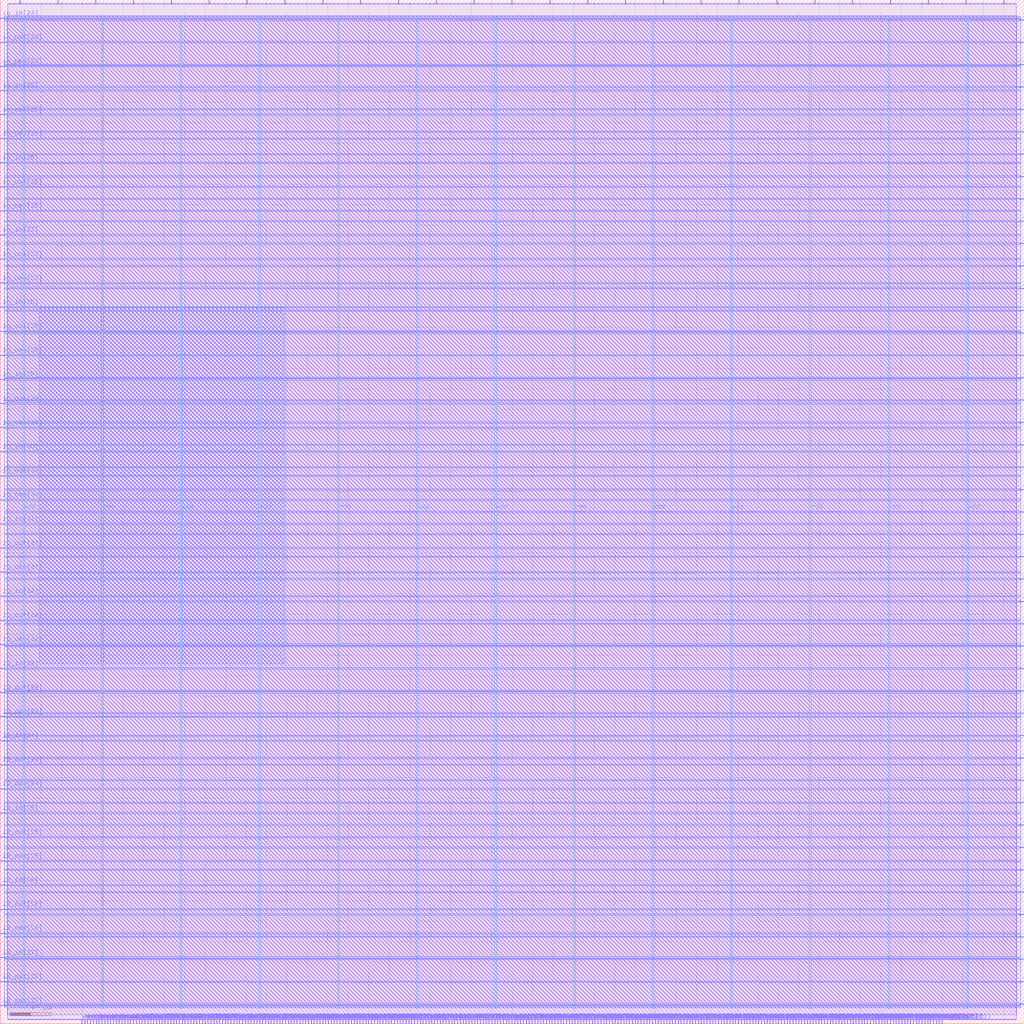
<source format=lef>
VERSION 5.7 ;
  NOWIREEXTENSIONATPIN ON ;
  DIVIDERCHAR "/" ;
  BUSBITCHARS "[]" ;
MACRO user_proj_example
  CLASS BLOCK ;
  FOREIGN user_proj_example ;
  ORIGIN 0.000 0.000 ;
  SIZE 1000.000 BY 1000.000 ;
  PIN io_in[0]
    DIRECTION INPUT ;
    USE SIGNAL ;
    PORT
      LAYER Metal3 ;
        RECT 996.000 19.040 1000.000 19.600 ;
    END
  END io_in[0]
  PIN io_in[10]
    DIRECTION INPUT ;
    USE SIGNAL ;
    PORT
      LAYER Metal3 ;
        RECT 996.000 674.240 1000.000 674.800 ;
    END
  END io_in[10]
  PIN io_in[11]
    DIRECTION INPUT ;
    USE SIGNAL ;
    PORT
      LAYER Metal3 ;
        RECT 996.000 739.760 1000.000 740.320 ;
    END
  END io_in[11]
  PIN io_in[12]
    DIRECTION INPUT ;
    USE SIGNAL ;
    PORT
      LAYER Metal3 ;
        RECT 996.000 805.280 1000.000 805.840 ;
    END
  END io_in[12]
  PIN io_in[13]
    DIRECTION INPUT ;
    USE SIGNAL ;
    PORT
      LAYER Metal3 ;
        RECT 996.000 870.800 1000.000 871.360 ;
    END
  END io_in[13]
  PIN io_in[14]
    DIRECTION INPUT ;
    USE SIGNAL ;
    PORT
      LAYER Metal3 ;
        RECT 996.000 936.320 1000.000 936.880 ;
    END
  END io_in[14]
  PIN io_in[15]
    DIRECTION INPUT ;
    USE SIGNAL ;
    PORT
      LAYER Metal2 ;
        RECT 980.000 996.000 980.560 1000.000 ;
    END
  END io_in[15]
  PIN io_in[16]
    DIRECTION INPUT ;
    USE SIGNAL ;
    PORT
      LAYER Metal2 ;
        RECT 869.120 996.000 869.680 1000.000 ;
    END
  END io_in[16]
  PIN io_in[17]
    DIRECTION INPUT ;
    USE SIGNAL ;
    PORT
      LAYER Metal2 ;
        RECT 758.240 996.000 758.800 1000.000 ;
    END
  END io_in[17]
  PIN io_in[18]
    DIRECTION INPUT ;
    USE SIGNAL ;
    PORT
      LAYER Metal2 ;
        RECT 647.360 996.000 647.920 1000.000 ;
    END
  END io_in[18]
  PIN io_in[19]
    DIRECTION INPUT ;
    USE SIGNAL ;
    PORT
      LAYER Metal2 ;
        RECT 536.480 996.000 537.040 1000.000 ;
    END
  END io_in[19]
  PIN io_in[1]
    DIRECTION INPUT ;
    USE SIGNAL ;
    PORT
      LAYER Metal3 ;
        RECT 996.000 84.560 1000.000 85.120 ;
    END
  END io_in[1]
  PIN io_in[20]
    DIRECTION INPUT ;
    USE SIGNAL ;
    PORT
      LAYER Metal2 ;
        RECT 425.600 996.000 426.160 1000.000 ;
    END
  END io_in[20]
  PIN io_in[21]
    DIRECTION INPUT ;
    USE SIGNAL ;
    PORT
      LAYER Metal2 ;
        RECT 314.720 996.000 315.280 1000.000 ;
    END
  END io_in[21]
  PIN io_in[22]
    DIRECTION INPUT ;
    USE SIGNAL ;
    PORT
      LAYER Metal2 ;
        RECT 203.840 996.000 204.400 1000.000 ;
    END
  END io_in[22]
  PIN io_in[23]
    DIRECTION INPUT ;
    USE SIGNAL ;
    PORT
      LAYER Metal2 ;
        RECT 92.960 996.000 93.520 1000.000 ;
    END
  END io_in[23]
  PIN io_in[24]
    DIRECTION INPUT ;
    USE SIGNAL ;
    PORT
      LAYER Metal3 ;
        RECT 0.000 981.680 4.000 982.240 ;
    END
  END io_in[24]
  PIN io_in[25]
    DIRECTION INPUT ;
    USE SIGNAL ;
    PORT
      LAYER Metal3 ;
        RECT 0.000 911.120 4.000 911.680 ;
    END
  END io_in[25]
  PIN io_in[26]
    DIRECTION INPUT ;
    USE SIGNAL ;
    PORT
      LAYER Metal3 ;
        RECT 0.000 840.560 4.000 841.120 ;
    END
  END io_in[26]
  PIN io_in[27]
    DIRECTION INPUT ;
    USE SIGNAL ;
    PORT
      LAYER Metal3 ;
        RECT 0.000 770.000 4.000 770.560 ;
    END
  END io_in[27]
  PIN io_in[28]
    DIRECTION INPUT ;
    USE SIGNAL ;
    PORT
      LAYER Metal3 ;
        RECT 0.000 699.440 4.000 700.000 ;
    END
  END io_in[28]
  PIN io_in[29]
    DIRECTION INPUT ;
    USE SIGNAL ;
    PORT
      LAYER Metal3 ;
        RECT 0.000 628.880 4.000 629.440 ;
    END
  END io_in[29]
  PIN io_in[2]
    DIRECTION INPUT ;
    USE SIGNAL ;
    PORT
      LAYER Metal3 ;
        RECT 996.000 150.080 1000.000 150.640 ;
    END
  END io_in[2]
  PIN io_in[30]
    DIRECTION INPUT ;
    USE SIGNAL ;
    PORT
      LAYER Metal3 ;
        RECT 0.000 558.320 4.000 558.880 ;
    END
  END io_in[30]
  PIN io_in[31]
    DIRECTION INPUT ;
    USE SIGNAL ;
    PORT
      LAYER Metal3 ;
        RECT 0.000 487.760 4.000 488.320 ;
    END
  END io_in[31]
  PIN io_in[32]
    DIRECTION INPUT ;
    USE SIGNAL ;
    PORT
      LAYER Metal3 ;
        RECT 0.000 417.200 4.000 417.760 ;
    END
  END io_in[32]
  PIN io_in[33]
    DIRECTION INPUT ;
    USE SIGNAL ;
    PORT
      LAYER Metal3 ;
        RECT 0.000 346.640 4.000 347.200 ;
    END
  END io_in[33]
  PIN io_in[34]
    DIRECTION INPUT ;
    USE SIGNAL ;
    PORT
      LAYER Metal3 ;
        RECT 0.000 276.080 4.000 276.640 ;
    END
  END io_in[34]
  PIN io_in[35]
    DIRECTION INPUT ;
    USE SIGNAL ;
    PORT
      LAYER Metal3 ;
        RECT 0.000 205.520 4.000 206.080 ;
    END
  END io_in[35]
  PIN io_in[36]
    DIRECTION INPUT ;
    USE SIGNAL ;
    PORT
      LAYER Metal3 ;
        RECT 0.000 134.960 4.000 135.520 ;
    END
  END io_in[36]
  PIN io_in[37]
    DIRECTION INPUT ;
    USE SIGNAL ;
    PORT
      LAYER Metal3 ;
        RECT 0.000 64.400 4.000 64.960 ;
    END
  END io_in[37]
  PIN io_in[3]
    DIRECTION INPUT ;
    USE SIGNAL ;
    PORT
      LAYER Metal3 ;
        RECT 996.000 215.600 1000.000 216.160 ;
    END
  END io_in[3]
  PIN io_in[4]
    DIRECTION INPUT ;
    USE SIGNAL ;
    PORT
      LAYER Metal3 ;
        RECT 996.000 281.120 1000.000 281.680 ;
    END
  END io_in[4]
  PIN io_in[5]
    DIRECTION INPUT ;
    USE SIGNAL ;
    PORT
      LAYER Metal3 ;
        RECT 996.000 346.640 1000.000 347.200 ;
    END
  END io_in[5]
  PIN io_in[6]
    DIRECTION INPUT ;
    USE SIGNAL ;
    PORT
      LAYER Metal3 ;
        RECT 996.000 412.160 1000.000 412.720 ;
    END
  END io_in[6]
  PIN io_in[7]
    DIRECTION INPUT ;
    USE SIGNAL ;
    PORT
      LAYER Metal3 ;
        RECT 996.000 477.680 1000.000 478.240 ;
    END
  END io_in[7]
  PIN io_in[8]
    DIRECTION INPUT ;
    USE SIGNAL ;
    PORT
      LAYER Metal3 ;
        RECT 996.000 543.200 1000.000 543.760 ;
    END
  END io_in[8]
  PIN io_in[9]
    DIRECTION INPUT ;
    USE SIGNAL ;
    PORT
      LAYER Metal3 ;
        RECT 996.000 608.720 1000.000 609.280 ;
    END
  END io_in[9]
  PIN io_oeb[0]
    DIRECTION OUTPUT TRISTATE ;
    USE SIGNAL ;
    PORT
      LAYER Metal3 ;
        RECT 996.000 62.720 1000.000 63.280 ;
    END
  END io_oeb[0]
  PIN io_oeb[10]
    DIRECTION OUTPUT TRISTATE ;
    USE SIGNAL ;
    PORT
      LAYER Metal3 ;
        RECT 996.000 717.920 1000.000 718.480 ;
    END
  END io_oeb[10]
  PIN io_oeb[11]
    DIRECTION OUTPUT TRISTATE ;
    USE SIGNAL ;
    PORT
      LAYER Metal3 ;
        RECT 996.000 783.440 1000.000 784.000 ;
    END
  END io_oeb[11]
  PIN io_oeb[12]
    DIRECTION OUTPUT TRISTATE ;
    USE SIGNAL ;
    PORT
      LAYER Metal3 ;
        RECT 996.000 848.960 1000.000 849.520 ;
    END
  END io_oeb[12]
  PIN io_oeb[13]
    DIRECTION OUTPUT TRISTATE ;
    USE SIGNAL ;
    PORT
      LAYER Metal3 ;
        RECT 996.000 914.480 1000.000 915.040 ;
    END
  END io_oeb[13]
  PIN io_oeb[14]
    DIRECTION OUTPUT TRISTATE ;
    USE SIGNAL ;
    PORT
      LAYER Metal3 ;
        RECT 996.000 980.000 1000.000 980.560 ;
    END
  END io_oeb[14]
  PIN io_oeb[15]
    DIRECTION OUTPUT TRISTATE ;
    USE SIGNAL ;
    PORT
      LAYER Metal2 ;
        RECT 906.080 996.000 906.640 1000.000 ;
    END
  END io_oeb[15]
  PIN io_oeb[16]
    DIRECTION OUTPUT TRISTATE ;
    USE SIGNAL ;
    PORT
      LAYER Metal2 ;
        RECT 795.200 996.000 795.760 1000.000 ;
    END
  END io_oeb[16]
  PIN io_oeb[17]
    DIRECTION OUTPUT TRISTATE ;
    USE SIGNAL ;
    PORT
      LAYER Metal2 ;
        RECT 684.320 996.000 684.880 1000.000 ;
    END
  END io_oeb[17]
  PIN io_oeb[18]
    DIRECTION OUTPUT TRISTATE ;
    USE SIGNAL ;
    PORT
      LAYER Metal2 ;
        RECT 573.440 996.000 574.000 1000.000 ;
    END
  END io_oeb[18]
  PIN io_oeb[19]
    DIRECTION OUTPUT TRISTATE ;
    USE SIGNAL ;
    PORT
      LAYER Metal2 ;
        RECT 462.560 996.000 463.120 1000.000 ;
    END
  END io_oeb[19]
  PIN io_oeb[1]
    DIRECTION OUTPUT TRISTATE ;
    USE SIGNAL ;
    PORT
      LAYER Metal3 ;
        RECT 996.000 128.240 1000.000 128.800 ;
    END
  END io_oeb[1]
  PIN io_oeb[20]
    DIRECTION OUTPUT TRISTATE ;
    USE SIGNAL ;
    PORT
      LAYER Metal2 ;
        RECT 351.680 996.000 352.240 1000.000 ;
    END
  END io_oeb[20]
  PIN io_oeb[21]
    DIRECTION OUTPUT TRISTATE ;
    USE SIGNAL ;
    PORT
      LAYER Metal2 ;
        RECT 240.800 996.000 241.360 1000.000 ;
    END
  END io_oeb[21]
  PIN io_oeb[22]
    DIRECTION OUTPUT TRISTATE ;
    USE SIGNAL ;
    PORT
      LAYER Metal2 ;
        RECT 129.920 996.000 130.480 1000.000 ;
    END
  END io_oeb[22]
  PIN io_oeb[23]
    DIRECTION OUTPUT TRISTATE ;
    USE SIGNAL ;
    PORT
      LAYER Metal2 ;
        RECT 19.040 996.000 19.600 1000.000 ;
    END
  END io_oeb[23]
  PIN io_oeb[24]
    DIRECTION OUTPUT TRISTATE ;
    USE SIGNAL ;
    PORT
      LAYER Metal3 ;
        RECT 0.000 934.640 4.000 935.200 ;
    END
  END io_oeb[24]
  PIN io_oeb[25]
    DIRECTION OUTPUT TRISTATE ;
    USE SIGNAL ;
    PORT
      LAYER Metal3 ;
        RECT 0.000 864.080 4.000 864.640 ;
    END
  END io_oeb[25]
  PIN io_oeb[26]
    DIRECTION OUTPUT TRISTATE ;
    USE SIGNAL ;
    PORT
      LAYER Metal3 ;
        RECT 0.000 793.520 4.000 794.080 ;
    END
  END io_oeb[26]
  PIN io_oeb[27]
    DIRECTION OUTPUT TRISTATE ;
    USE SIGNAL ;
    PORT
      LAYER Metal3 ;
        RECT 0.000 722.960 4.000 723.520 ;
    END
  END io_oeb[27]
  PIN io_oeb[28]
    DIRECTION OUTPUT TRISTATE ;
    USE SIGNAL ;
    PORT
      LAYER Metal3 ;
        RECT 0.000 652.400 4.000 652.960 ;
    END
  END io_oeb[28]
  PIN io_oeb[29]
    DIRECTION OUTPUT TRISTATE ;
    USE SIGNAL ;
    PORT
      LAYER Metal3 ;
        RECT 0.000 581.840 4.000 582.400 ;
    END
  END io_oeb[29]
  PIN io_oeb[2]
    DIRECTION OUTPUT TRISTATE ;
    USE SIGNAL ;
    PORT
      LAYER Metal3 ;
        RECT 996.000 193.760 1000.000 194.320 ;
    END
  END io_oeb[2]
  PIN io_oeb[30]
    DIRECTION OUTPUT TRISTATE ;
    USE SIGNAL ;
    PORT
      LAYER Metal3 ;
        RECT 0.000 511.280 4.000 511.840 ;
    END
  END io_oeb[30]
  PIN io_oeb[31]
    DIRECTION OUTPUT TRISTATE ;
    USE SIGNAL ;
    PORT
      LAYER Metal3 ;
        RECT 0.000 440.720 4.000 441.280 ;
    END
  END io_oeb[31]
  PIN io_oeb[32]
    DIRECTION OUTPUT TRISTATE ;
    USE SIGNAL ;
    PORT
      LAYER Metal3 ;
        RECT 0.000 370.160 4.000 370.720 ;
    END
  END io_oeb[32]
  PIN io_oeb[33]
    DIRECTION OUTPUT TRISTATE ;
    USE SIGNAL ;
    PORT
      LAYER Metal3 ;
        RECT 0.000 299.600 4.000 300.160 ;
    END
  END io_oeb[33]
  PIN io_oeb[34]
    DIRECTION OUTPUT TRISTATE ;
    USE SIGNAL ;
    PORT
      LAYER Metal3 ;
        RECT 0.000 229.040 4.000 229.600 ;
    END
  END io_oeb[34]
  PIN io_oeb[35]
    DIRECTION OUTPUT TRISTATE ;
    USE SIGNAL ;
    PORT
      LAYER Metal3 ;
        RECT 0.000 158.480 4.000 159.040 ;
    END
  END io_oeb[35]
  PIN io_oeb[36]
    DIRECTION OUTPUT TRISTATE ;
    USE SIGNAL ;
    PORT
      LAYER Metal3 ;
        RECT 0.000 87.920 4.000 88.480 ;
    END
  END io_oeb[36]
  PIN io_oeb[37]
    DIRECTION OUTPUT TRISTATE ;
    USE SIGNAL ;
    PORT
      LAYER Metal3 ;
        RECT 0.000 17.360 4.000 17.920 ;
    END
  END io_oeb[37]
  PIN io_oeb[3]
    DIRECTION OUTPUT TRISTATE ;
    USE SIGNAL ;
    PORT
      LAYER Metal3 ;
        RECT 996.000 259.280 1000.000 259.840 ;
    END
  END io_oeb[3]
  PIN io_oeb[4]
    DIRECTION OUTPUT TRISTATE ;
    USE SIGNAL ;
    PORT
      LAYER Metal3 ;
        RECT 996.000 324.800 1000.000 325.360 ;
    END
  END io_oeb[4]
  PIN io_oeb[5]
    DIRECTION OUTPUT TRISTATE ;
    USE SIGNAL ;
    PORT
      LAYER Metal3 ;
        RECT 996.000 390.320 1000.000 390.880 ;
    END
  END io_oeb[5]
  PIN io_oeb[6]
    DIRECTION OUTPUT TRISTATE ;
    USE SIGNAL ;
    PORT
      LAYER Metal3 ;
        RECT 996.000 455.840 1000.000 456.400 ;
    END
  END io_oeb[6]
  PIN io_oeb[7]
    DIRECTION OUTPUT TRISTATE ;
    USE SIGNAL ;
    PORT
      LAYER Metal3 ;
        RECT 996.000 521.360 1000.000 521.920 ;
    END
  END io_oeb[7]
  PIN io_oeb[8]
    DIRECTION OUTPUT TRISTATE ;
    USE SIGNAL ;
    PORT
      LAYER Metal3 ;
        RECT 996.000 586.880 1000.000 587.440 ;
    END
  END io_oeb[8]
  PIN io_oeb[9]
    DIRECTION OUTPUT TRISTATE ;
    USE SIGNAL ;
    PORT
      LAYER Metal3 ;
        RECT 996.000 652.400 1000.000 652.960 ;
    END
  END io_oeb[9]
  PIN io_out[0]
    DIRECTION OUTPUT TRISTATE ;
    USE SIGNAL ;
    PORT
      LAYER Metal3 ;
        RECT 996.000 40.880 1000.000 41.440 ;
    END
  END io_out[0]
  PIN io_out[10]
    DIRECTION OUTPUT TRISTATE ;
    USE SIGNAL ;
    PORT
      LAYER Metal3 ;
        RECT 996.000 696.080 1000.000 696.640 ;
    END
  END io_out[10]
  PIN io_out[11]
    DIRECTION OUTPUT TRISTATE ;
    USE SIGNAL ;
    PORT
      LAYER Metal3 ;
        RECT 996.000 761.600 1000.000 762.160 ;
    END
  END io_out[11]
  PIN io_out[12]
    DIRECTION OUTPUT TRISTATE ;
    USE SIGNAL ;
    PORT
      LAYER Metal3 ;
        RECT 996.000 827.120 1000.000 827.680 ;
    END
  END io_out[12]
  PIN io_out[13]
    DIRECTION OUTPUT TRISTATE ;
    USE SIGNAL ;
    PORT
      LAYER Metal3 ;
        RECT 996.000 892.640 1000.000 893.200 ;
    END
  END io_out[13]
  PIN io_out[14]
    DIRECTION OUTPUT TRISTATE ;
    USE SIGNAL ;
    PORT
      LAYER Metal3 ;
        RECT 996.000 958.160 1000.000 958.720 ;
    END
  END io_out[14]
  PIN io_out[15]
    DIRECTION OUTPUT TRISTATE ;
    USE SIGNAL ;
    PORT
      LAYER Metal2 ;
        RECT 943.040 996.000 943.600 1000.000 ;
    END
  END io_out[15]
  PIN io_out[16]
    DIRECTION OUTPUT TRISTATE ;
    USE SIGNAL ;
    PORT
      LAYER Metal2 ;
        RECT 832.160 996.000 832.720 1000.000 ;
    END
  END io_out[16]
  PIN io_out[17]
    DIRECTION OUTPUT TRISTATE ;
    USE SIGNAL ;
    PORT
      LAYER Metal2 ;
        RECT 721.280 996.000 721.840 1000.000 ;
    END
  END io_out[17]
  PIN io_out[18]
    DIRECTION OUTPUT TRISTATE ;
    USE SIGNAL ;
    PORT
      LAYER Metal2 ;
        RECT 610.400 996.000 610.960 1000.000 ;
    END
  END io_out[18]
  PIN io_out[19]
    DIRECTION OUTPUT TRISTATE ;
    USE SIGNAL ;
    PORT
      LAYER Metal2 ;
        RECT 499.520 996.000 500.080 1000.000 ;
    END
  END io_out[19]
  PIN io_out[1]
    DIRECTION OUTPUT TRISTATE ;
    USE SIGNAL ;
    PORT
      LAYER Metal3 ;
        RECT 996.000 106.400 1000.000 106.960 ;
    END
  END io_out[1]
  PIN io_out[20]
    DIRECTION OUTPUT TRISTATE ;
    USE SIGNAL ;
    PORT
      LAYER Metal2 ;
        RECT 388.640 996.000 389.200 1000.000 ;
    END
  END io_out[20]
  PIN io_out[21]
    DIRECTION OUTPUT TRISTATE ;
    USE SIGNAL ;
    PORT
      LAYER Metal2 ;
        RECT 277.760 996.000 278.320 1000.000 ;
    END
  END io_out[21]
  PIN io_out[22]
    DIRECTION OUTPUT TRISTATE ;
    USE SIGNAL ;
    PORT
      LAYER Metal2 ;
        RECT 166.880 996.000 167.440 1000.000 ;
    END
  END io_out[22]
  PIN io_out[23]
    DIRECTION OUTPUT TRISTATE ;
    USE SIGNAL ;
    PORT
      LAYER Metal2 ;
        RECT 56.000 996.000 56.560 1000.000 ;
    END
  END io_out[23]
  PIN io_out[24]
    DIRECTION OUTPUT TRISTATE ;
    USE SIGNAL ;
    PORT
      LAYER Metal3 ;
        RECT 0.000 958.160 4.000 958.720 ;
    END
  END io_out[24]
  PIN io_out[25]
    DIRECTION OUTPUT TRISTATE ;
    USE SIGNAL ;
    PORT
      LAYER Metal3 ;
        RECT 0.000 887.600 4.000 888.160 ;
    END
  END io_out[25]
  PIN io_out[26]
    DIRECTION OUTPUT TRISTATE ;
    USE SIGNAL ;
    PORT
      LAYER Metal3 ;
        RECT 0.000 817.040 4.000 817.600 ;
    END
  END io_out[26]
  PIN io_out[27]
    DIRECTION OUTPUT TRISTATE ;
    USE SIGNAL ;
    PORT
      LAYER Metal3 ;
        RECT 0.000 746.480 4.000 747.040 ;
    END
  END io_out[27]
  PIN io_out[28]
    DIRECTION OUTPUT TRISTATE ;
    USE SIGNAL ;
    PORT
      LAYER Metal3 ;
        RECT 0.000 675.920 4.000 676.480 ;
    END
  END io_out[28]
  PIN io_out[29]
    DIRECTION OUTPUT TRISTATE ;
    USE SIGNAL ;
    PORT
      LAYER Metal3 ;
        RECT 0.000 605.360 4.000 605.920 ;
    END
  END io_out[29]
  PIN io_out[2]
    DIRECTION OUTPUT TRISTATE ;
    USE SIGNAL ;
    PORT
      LAYER Metal3 ;
        RECT 996.000 171.920 1000.000 172.480 ;
    END
  END io_out[2]
  PIN io_out[30]
    DIRECTION OUTPUT TRISTATE ;
    USE SIGNAL ;
    PORT
      LAYER Metal3 ;
        RECT 0.000 534.800 4.000 535.360 ;
    END
  END io_out[30]
  PIN io_out[31]
    DIRECTION OUTPUT TRISTATE ;
    USE SIGNAL ;
    PORT
      LAYER Metal3 ;
        RECT 0.000 464.240 4.000 464.800 ;
    END
  END io_out[31]
  PIN io_out[32]
    DIRECTION OUTPUT TRISTATE ;
    USE SIGNAL ;
    PORT
      LAYER Metal3 ;
        RECT 0.000 393.680 4.000 394.240 ;
    END
  END io_out[32]
  PIN io_out[33]
    DIRECTION OUTPUT TRISTATE ;
    USE SIGNAL ;
    PORT
      LAYER Metal3 ;
        RECT 0.000 323.120 4.000 323.680 ;
    END
  END io_out[33]
  PIN io_out[34]
    DIRECTION OUTPUT TRISTATE ;
    USE SIGNAL ;
    PORT
      LAYER Metal3 ;
        RECT 0.000 252.560 4.000 253.120 ;
    END
  END io_out[34]
  PIN io_out[35]
    DIRECTION OUTPUT TRISTATE ;
    USE SIGNAL ;
    PORT
      LAYER Metal3 ;
        RECT 0.000 182.000 4.000 182.560 ;
    END
  END io_out[35]
  PIN io_out[36]
    DIRECTION OUTPUT TRISTATE ;
    USE SIGNAL ;
    PORT
      LAYER Metal3 ;
        RECT 0.000 111.440 4.000 112.000 ;
    END
  END io_out[36]
  PIN io_out[37]
    DIRECTION OUTPUT TRISTATE ;
    USE SIGNAL ;
    PORT
      LAYER Metal3 ;
        RECT 0.000 40.880 4.000 41.440 ;
    END
  END io_out[37]
  PIN io_out[3]
    DIRECTION OUTPUT TRISTATE ;
    USE SIGNAL ;
    PORT
      LAYER Metal3 ;
        RECT 996.000 237.440 1000.000 238.000 ;
    END
  END io_out[3]
  PIN io_out[4]
    DIRECTION OUTPUT TRISTATE ;
    USE SIGNAL ;
    PORT
      LAYER Metal3 ;
        RECT 996.000 302.960 1000.000 303.520 ;
    END
  END io_out[4]
  PIN io_out[5]
    DIRECTION OUTPUT TRISTATE ;
    USE SIGNAL ;
    PORT
      LAYER Metal3 ;
        RECT 996.000 368.480 1000.000 369.040 ;
    END
  END io_out[5]
  PIN io_out[6]
    DIRECTION OUTPUT TRISTATE ;
    USE SIGNAL ;
    PORT
      LAYER Metal3 ;
        RECT 996.000 434.000 1000.000 434.560 ;
    END
  END io_out[6]
  PIN io_out[7]
    DIRECTION OUTPUT TRISTATE ;
    USE SIGNAL ;
    PORT
      LAYER Metal3 ;
        RECT 996.000 499.520 1000.000 500.080 ;
    END
  END io_out[7]
  PIN io_out[8]
    DIRECTION OUTPUT TRISTATE ;
    USE SIGNAL ;
    PORT
      LAYER Metal3 ;
        RECT 996.000 565.040 1000.000 565.600 ;
    END
  END io_out[8]
  PIN io_out[9]
    DIRECTION OUTPUT TRISTATE ;
    USE SIGNAL ;
    PORT
      LAYER Metal3 ;
        RECT 996.000 630.560 1000.000 631.120 ;
    END
  END io_out[9]
  PIN irq[0]
    DIRECTION OUTPUT TRISTATE ;
    USE SIGNAL ;
    PORT
      LAYER Metal2 ;
        RECT 913.920 0.000 914.480 4.000 ;
    END
  END irq[0]
  PIN irq[1]
    DIRECTION OUTPUT TRISTATE ;
    USE SIGNAL ;
    PORT
      LAYER Metal2 ;
        RECT 916.720 0.000 917.280 4.000 ;
    END
  END irq[1]
  PIN irq[2]
    DIRECTION OUTPUT TRISTATE ;
    USE SIGNAL ;
    PORT
      LAYER Metal2 ;
        RECT 919.520 0.000 920.080 4.000 ;
    END
  END irq[2]
  PIN la_data_in[0]
    DIRECTION INPUT ;
    USE SIGNAL ;
    PORT
      LAYER Metal2 ;
        RECT 376.320 0.000 376.880 4.000 ;
    END
  END la_data_in[0]
  PIN la_data_in[10]
    DIRECTION INPUT ;
    USE SIGNAL ;
    PORT
      LAYER Metal2 ;
        RECT 460.320 0.000 460.880 4.000 ;
    END
  END la_data_in[10]
  PIN la_data_in[11]
    DIRECTION INPUT ;
    USE SIGNAL ;
    PORT
      LAYER Metal2 ;
        RECT 468.720 0.000 469.280 4.000 ;
    END
  END la_data_in[11]
  PIN la_data_in[12]
    DIRECTION INPUT ;
    USE SIGNAL ;
    PORT
      LAYER Metal2 ;
        RECT 477.120 0.000 477.680 4.000 ;
    END
  END la_data_in[12]
  PIN la_data_in[13]
    DIRECTION INPUT ;
    USE SIGNAL ;
    PORT
      LAYER Metal2 ;
        RECT 485.520 0.000 486.080 4.000 ;
    END
  END la_data_in[13]
  PIN la_data_in[14]
    DIRECTION INPUT ;
    USE SIGNAL ;
    PORT
      LAYER Metal2 ;
        RECT 493.920 0.000 494.480 4.000 ;
    END
  END la_data_in[14]
  PIN la_data_in[15]
    DIRECTION INPUT ;
    USE SIGNAL ;
    PORT
      LAYER Metal2 ;
        RECT 502.320 0.000 502.880 4.000 ;
    END
  END la_data_in[15]
  PIN la_data_in[16]
    DIRECTION INPUT ;
    USE SIGNAL ;
    PORT
      LAYER Metal2 ;
        RECT 510.720 0.000 511.280 4.000 ;
    END
  END la_data_in[16]
  PIN la_data_in[17]
    DIRECTION INPUT ;
    USE SIGNAL ;
    PORT
      LAYER Metal2 ;
        RECT 519.120 0.000 519.680 4.000 ;
    END
  END la_data_in[17]
  PIN la_data_in[18]
    DIRECTION INPUT ;
    USE SIGNAL ;
    PORT
      LAYER Metal2 ;
        RECT 527.520 0.000 528.080 4.000 ;
    END
  END la_data_in[18]
  PIN la_data_in[19]
    DIRECTION INPUT ;
    USE SIGNAL ;
    PORT
      LAYER Metal2 ;
        RECT 535.920 0.000 536.480 4.000 ;
    END
  END la_data_in[19]
  PIN la_data_in[1]
    DIRECTION INPUT ;
    USE SIGNAL ;
    PORT
      LAYER Metal2 ;
        RECT 384.720 0.000 385.280 4.000 ;
    END
  END la_data_in[1]
  PIN la_data_in[20]
    DIRECTION INPUT ;
    USE SIGNAL ;
    PORT
      LAYER Metal2 ;
        RECT 544.320 0.000 544.880 4.000 ;
    END
  END la_data_in[20]
  PIN la_data_in[21]
    DIRECTION INPUT ;
    USE SIGNAL ;
    PORT
      LAYER Metal2 ;
        RECT 552.720 0.000 553.280 4.000 ;
    END
  END la_data_in[21]
  PIN la_data_in[22]
    DIRECTION INPUT ;
    USE SIGNAL ;
    PORT
      LAYER Metal2 ;
        RECT 561.120 0.000 561.680 4.000 ;
    END
  END la_data_in[22]
  PIN la_data_in[23]
    DIRECTION INPUT ;
    USE SIGNAL ;
    PORT
      LAYER Metal2 ;
        RECT 569.520 0.000 570.080 4.000 ;
    END
  END la_data_in[23]
  PIN la_data_in[24]
    DIRECTION INPUT ;
    USE SIGNAL ;
    PORT
      LAYER Metal2 ;
        RECT 577.920 0.000 578.480 4.000 ;
    END
  END la_data_in[24]
  PIN la_data_in[25]
    DIRECTION INPUT ;
    USE SIGNAL ;
    PORT
      LAYER Metal2 ;
        RECT 586.320 0.000 586.880 4.000 ;
    END
  END la_data_in[25]
  PIN la_data_in[26]
    DIRECTION INPUT ;
    USE SIGNAL ;
    PORT
      LAYER Metal2 ;
        RECT 594.720 0.000 595.280 4.000 ;
    END
  END la_data_in[26]
  PIN la_data_in[27]
    DIRECTION INPUT ;
    USE SIGNAL ;
    PORT
      LAYER Metal2 ;
        RECT 603.120 0.000 603.680 4.000 ;
    END
  END la_data_in[27]
  PIN la_data_in[28]
    DIRECTION INPUT ;
    USE SIGNAL ;
    PORT
      LAYER Metal2 ;
        RECT 611.520 0.000 612.080 4.000 ;
    END
  END la_data_in[28]
  PIN la_data_in[29]
    DIRECTION INPUT ;
    USE SIGNAL ;
    PORT
      LAYER Metal2 ;
        RECT 619.920 0.000 620.480 4.000 ;
    END
  END la_data_in[29]
  PIN la_data_in[2]
    DIRECTION INPUT ;
    USE SIGNAL ;
    PORT
      LAYER Metal2 ;
        RECT 393.120 0.000 393.680 4.000 ;
    END
  END la_data_in[2]
  PIN la_data_in[30]
    DIRECTION INPUT ;
    USE SIGNAL ;
    PORT
      LAYER Metal2 ;
        RECT 628.320 0.000 628.880 4.000 ;
    END
  END la_data_in[30]
  PIN la_data_in[31]
    DIRECTION INPUT ;
    USE SIGNAL ;
    PORT
      LAYER Metal2 ;
        RECT 636.720 0.000 637.280 4.000 ;
    END
  END la_data_in[31]
  PIN la_data_in[32]
    DIRECTION INPUT ;
    USE SIGNAL ;
    PORT
      LAYER Metal2 ;
        RECT 645.120 0.000 645.680 4.000 ;
    END
  END la_data_in[32]
  PIN la_data_in[33]
    DIRECTION INPUT ;
    USE SIGNAL ;
    PORT
      LAYER Metal2 ;
        RECT 653.520 0.000 654.080 4.000 ;
    END
  END la_data_in[33]
  PIN la_data_in[34]
    DIRECTION INPUT ;
    USE SIGNAL ;
    PORT
      LAYER Metal2 ;
        RECT 661.920 0.000 662.480 4.000 ;
    END
  END la_data_in[34]
  PIN la_data_in[35]
    DIRECTION INPUT ;
    USE SIGNAL ;
    PORT
      LAYER Metal2 ;
        RECT 670.320 0.000 670.880 4.000 ;
    END
  END la_data_in[35]
  PIN la_data_in[36]
    DIRECTION INPUT ;
    USE SIGNAL ;
    PORT
      LAYER Metal2 ;
        RECT 678.720 0.000 679.280 4.000 ;
    END
  END la_data_in[36]
  PIN la_data_in[37]
    DIRECTION INPUT ;
    USE SIGNAL ;
    PORT
      LAYER Metal2 ;
        RECT 687.120 0.000 687.680 4.000 ;
    END
  END la_data_in[37]
  PIN la_data_in[38]
    DIRECTION INPUT ;
    USE SIGNAL ;
    PORT
      LAYER Metal2 ;
        RECT 695.520 0.000 696.080 4.000 ;
    END
  END la_data_in[38]
  PIN la_data_in[39]
    DIRECTION INPUT ;
    USE SIGNAL ;
    PORT
      LAYER Metal2 ;
        RECT 703.920 0.000 704.480 4.000 ;
    END
  END la_data_in[39]
  PIN la_data_in[3]
    DIRECTION INPUT ;
    USE SIGNAL ;
    PORT
      LAYER Metal2 ;
        RECT 401.520 0.000 402.080 4.000 ;
    END
  END la_data_in[3]
  PIN la_data_in[40]
    DIRECTION INPUT ;
    USE SIGNAL ;
    PORT
      LAYER Metal2 ;
        RECT 712.320 0.000 712.880 4.000 ;
    END
  END la_data_in[40]
  PIN la_data_in[41]
    DIRECTION INPUT ;
    USE SIGNAL ;
    PORT
      LAYER Metal2 ;
        RECT 720.720 0.000 721.280 4.000 ;
    END
  END la_data_in[41]
  PIN la_data_in[42]
    DIRECTION INPUT ;
    USE SIGNAL ;
    PORT
      LAYER Metal2 ;
        RECT 729.120 0.000 729.680 4.000 ;
    END
  END la_data_in[42]
  PIN la_data_in[43]
    DIRECTION INPUT ;
    USE SIGNAL ;
    PORT
      LAYER Metal2 ;
        RECT 737.520 0.000 738.080 4.000 ;
    END
  END la_data_in[43]
  PIN la_data_in[44]
    DIRECTION INPUT ;
    USE SIGNAL ;
    PORT
      LAYER Metal2 ;
        RECT 745.920 0.000 746.480 4.000 ;
    END
  END la_data_in[44]
  PIN la_data_in[45]
    DIRECTION INPUT ;
    USE SIGNAL ;
    PORT
      LAYER Metal2 ;
        RECT 754.320 0.000 754.880 4.000 ;
    END
  END la_data_in[45]
  PIN la_data_in[46]
    DIRECTION INPUT ;
    USE SIGNAL ;
    PORT
      LAYER Metal2 ;
        RECT 762.720 0.000 763.280 4.000 ;
    END
  END la_data_in[46]
  PIN la_data_in[47]
    DIRECTION INPUT ;
    USE SIGNAL ;
    PORT
      LAYER Metal2 ;
        RECT 771.120 0.000 771.680 4.000 ;
    END
  END la_data_in[47]
  PIN la_data_in[48]
    DIRECTION INPUT ;
    USE SIGNAL ;
    PORT
      LAYER Metal2 ;
        RECT 779.520 0.000 780.080 4.000 ;
    END
  END la_data_in[48]
  PIN la_data_in[49]
    DIRECTION INPUT ;
    USE SIGNAL ;
    PORT
      LAYER Metal2 ;
        RECT 787.920 0.000 788.480 4.000 ;
    END
  END la_data_in[49]
  PIN la_data_in[4]
    DIRECTION INPUT ;
    USE SIGNAL ;
    PORT
      LAYER Metal2 ;
        RECT 409.920 0.000 410.480 4.000 ;
    END
  END la_data_in[4]
  PIN la_data_in[50]
    DIRECTION INPUT ;
    USE SIGNAL ;
    PORT
      LAYER Metal2 ;
        RECT 796.320 0.000 796.880 4.000 ;
    END
  END la_data_in[50]
  PIN la_data_in[51]
    DIRECTION INPUT ;
    USE SIGNAL ;
    PORT
      LAYER Metal2 ;
        RECT 804.720 0.000 805.280 4.000 ;
    END
  END la_data_in[51]
  PIN la_data_in[52]
    DIRECTION INPUT ;
    USE SIGNAL ;
    PORT
      LAYER Metal2 ;
        RECT 813.120 0.000 813.680 4.000 ;
    END
  END la_data_in[52]
  PIN la_data_in[53]
    DIRECTION INPUT ;
    USE SIGNAL ;
    PORT
      LAYER Metal2 ;
        RECT 821.520 0.000 822.080 4.000 ;
    END
  END la_data_in[53]
  PIN la_data_in[54]
    DIRECTION INPUT ;
    USE SIGNAL ;
    PORT
      LAYER Metal2 ;
        RECT 829.920 0.000 830.480 4.000 ;
    END
  END la_data_in[54]
  PIN la_data_in[55]
    DIRECTION INPUT ;
    USE SIGNAL ;
    PORT
      LAYER Metal2 ;
        RECT 838.320 0.000 838.880 4.000 ;
    END
  END la_data_in[55]
  PIN la_data_in[56]
    DIRECTION INPUT ;
    USE SIGNAL ;
    PORT
      LAYER Metal2 ;
        RECT 846.720 0.000 847.280 4.000 ;
    END
  END la_data_in[56]
  PIN la_data_in[57]
    DIRECTION INPUT ;
    USE SIGNAL ;
    PORT
      LAYER Metal2 ;
        RECT 855.120 0.000 855.680 4.000 ;
    END
  END la_data_in[57]
  PIN la_data_in[58]
    DIRECTION INPUT ;
    USE SIGNAL ;
    PORT
      LAYER Metal2 ;
        RECT 863.520 0.000 864.080 4.000 ;
    END
  END la_data_in[58]
  PIN la_data_in[59]
    DIRECTION INPUT ;
    USE SIGNAL ;
    PORT
      LAYER Metal2 ;
        RECT 871.920 0.000 872.480 4.000 ;
    END
  END la_data_in[59]
  PIN la_data_in[5]
    DIRECTION INPUT ;
    USE SIGNAL ;
    PORT
      LAYER Metal2 ;
        RECT 418.320 0.000 418.880 4.000 ;
    END
  END la_data_in[5]
  PIN la_data_in[60]
    DIRECTION INPUT ;
    USE SIGNAL ;
    PORT
      LAYER Metal2 ;
        RECT 880.320 0.000 880.880 4.000 ;
    END
  END la_data_in[60]
  PIN la_data_in[61]
    DIRECTION INPUT ;
    USE SIGNAL ;
    PORT
      LAYER Metal2 ;
        RECT 888.720 0.000 889.280 4.000 ;
    END
  END la_data_in[61]
  PIN la_data_in[62]
    DIRECTION INPUT ;
    USE SIGNAL ;
    PORT
      LAYER Metal2 ;
        RECT 897.120 0.000 897.680 4.000 ;
    END
  END la_data_in[62]
  PIN la_data_in[63]
    DIRECTION INPUT ;
    USE SIGNAL ;
    PORT
      LAYER Metal2 ;
        RECT 905.520 0.000 906.080 4.000 ;
    END
  END la_data_in[63]
  PIN la_data_in[6]
    DIRECTION INPUT ;
    USE SIGNAL ;
    PORT
      LAYER Metal2 ;
        RECT 426.720 0.000 427.280 4.000 ;
    END
  END la_data_in[6]
  PIN la_data_in[7]
    DIRECTION INPUT ;
    USE SIGNAL ;
    PORT
      LAYER Metal2 ;
        RECT 435.120 0.000 435.680 4.000 ;
    END
  END la_data_in[7]
  PIN la_data_in[8]
    DIRECTION INPUT ;
    USE SIGNAL ;
    PORT
      LAYER Metal2 ;
        RECT 443.520 0.000 444.080 4.000 ;
    END
  END la_data_in[8]
  PIN la_data_in[9]
    DIRECTION INPUT ;
    USE SIGNAL ;
    PORT
      LAYER Metal2 ;
        RECT 451.920 0.000 452.480 4.000 ;
    END
  END la_data_in[9]
  PIN la_data_out[0]
    DIRECTION OUTPUT TRISTATE ;
    USE SIGNAL ;
    PORT
      LAYER Metal2 ;
        RECT 379.120 0.000 379.680 4.000 ;
    END
  END la_data_out[0]
  PIN la_data_out[10]
    DIRECTION OUTPUT TRISTATE ;
    USE SIGNAL ;
    PORT
      LAYER Metal2 ;
        RECT 463.120 0.000 463.680 4.000 ;
    END
  END la_data_out[10]
  PIN la_data_out[11]
    DIRECTION OUTPUT TRISTATE ;
    USE SIGNAL ;
    PORT
      LAYER Metal2 ;
        RECT 471.520 0.000 472.080 4.000 ;
    END
  END la_data_out[11]
  PIN la_data_out[12]
    DIRECTION OUTPUT TRISTATE ;
    USE SIGNAL ;
    PORT
      LAYER Metal2 ;
        RECT 479.920 0.000 480.480 4.000 ;
    END
  END la_data_out[12]
  PIN la_data_out[13]
    DIRECTION OUTPUT TRISTATE ;
    USE SIGNAL ;
    PORT
      LAYER Metal2 ;
        RECT 488.320 0.000 488.880 4.000 ;
    END
  END la_data_out[13]
  PIN la_data_out[14]
    DIRECTION OUTPUT TRISTATE ;
    USE SIGNAL ;
    PORT
      LAYER Metal2 ;
        RECT 496.720 0.000 497.280 4.000 ;
    END
  END la_data_out[14]
  PIN la_data_out[15]
    DIRECTION OUTPUT TRISTATE ;
    USE SIGNAL ;
    PORT
      LAYER Metal2 ;
        RECT 505.120 0.000 505.680 4.000 ;
    END
  END la_data_out[15]
  PIN la_data_out[16]
    DIRECTION OUTPUT TRISTATE ;
    USE SIGNAL ;
    PORT
      LAYER Metal2 ;
        RECT 513.520 0.000 514.080 4.000 ;
    END
  END la_data_out[16]
  PIN la_data_out[17]
    DIRECTION OUTPUT TRISTATE ;
    USE SIGNAL ;
    PORT
      LAYER Metal2 ;
        RECT 521.920 0.000 522.480 4.000 ;
    END
  END la_data_out[17]
  PIN la_data_out[18]
    DIRECTION OUTPUT TRISTATE ;
    USE SIGNAL ;
    PORT
      LAYER Metal2 ;
        RECT 530.320 0.000 530.880 4.000 ;
    END
  END la_data_out[18]
  PIN la_data_out[19]
    DIRECTION OUTPUT TRISTATE ;
    USE SIGNAL ;
    PORT
      LAYER Metal2 ;
        RECT 538.720 0.000 539.280 4.000 ;
    END
  END la_data_out[19]
  PIN la_data_out[1]
    DIRECTION OUTPUT TRISTATE ;
    USE SIGNAL ;
    PORT
      LAYER Metal2 ;
        RECT 387.520 0.000 388.080 4.000 ;
    END
  END la_data_out[1]
  PIN la_data_out[20]
    DIRECTION OUTPUT TRISTATE ;
    USE SIGNAL ;
    PORT
      LAYER Metal2 ;
        RECT 547.120 0.000 547.680 4.000 ;
    END
  END la_data_out[20]
  PIN la_data_out[21]
    DIRECTION OUTPUT TRISTATE ;
    USE SIGNAL ;
    PORT
      LAYER Metal2 ;
        RECT 555.520 0.000 556.080 4.000 ;
    END
  END la_data_out[21]
  PIN la_data_out[22]
    DIRECTION OUTPUT TRISTATE ;
    USE SIGNAL ;
    PORT
      LAYER Metal2 ;
        RECT 563.920 0.000 564.480 4.000 ;
    END
  END la_data_out[22]
  PIN la_data_out[23]
    DIRECTION OUTPUT TRISTATE ;
    USE SIGNAL ;
    PORT
      LAYER Metal2 ;
        RECT 572.320 0.000 572.880 4.000 ;
    END
  END la_data_out[23]
  PIN la_data_out[24]
    DIRECTION OUTPUT TRISTATE ;
    USE SIGNAL ;
    PORT
      LAYER Metal2 ;
        RECT 580.720 0.000 581.280 4.000 ;
    END
  END la_data_out[24]
  PIN la_data_out[25]
    DIRECTION OUTPUT TRISTATE ;
    USE SIGNAL ;
    PORT
      LAYER Metal2 ;
        RECT 589.120 0.000 589.680 4.000 ;
    END
  END la_data_out[25]
  PIN la_data_out[26]
    DIRECTION OUTPUT TRISTATE ;
    USE SIGNAL ;
    PORT
      LAYER Metal2 ;
        RECT 597.520 0.000 598.080 4.000 ;
    END
  END la_data_out[26]
  PIN la_data_out[27]
    DIRECTION OUTPUT TRISTATE ;
    USE SIGNAL ;
    PORT
      LAYER Metal2 ;
        RECT 605.920 0.000 606.480 4.000 ;
    END
  END la_data_out[27]
  PIN la_data_out[28]
    DIRECTION OUTPUT TRISTATE ;
    USE SIGNAL ;
    PORT
      LAYER Metal2 ;
        RECT 614.320 0.000 614.880 4.000 ;
    END
  END la_data_out[28]
  PIN la_data_out[29]
    DIRECTION OUTPUT TRISTATE ;
    USE SIGNAL ;
    PORT
      LAYER Metal2 ;
        RECT 622.720 0.000 623.280 4.000 ;
    END
  END la_data_out[29]
  PIN la_data_out[2]
    DIRECTION OUTPUT TRISTATE ;
    USE SIGNAL ;
    PORT
      LAYER Metal2 ;
        RECT 395.920 0.000 396.480 4.000 ;
    END
  END la_data_out[2]
  PIN la_data_out[30]
    DIRECTION OUTPUT TRISTATE ;
    USE SIGNAL ;
    PORT
      LAYER Metal2 ;
        RECT 631.120 0.000 631.680 4.000 ;
    END
  END la_data_out[30]
  PIN la_data_out[31]
    DIRECTION OUTPUT TRISTATE ;
    USE SIGNAL ;
    PORT
      LAYER Metal2 ;
        RECT 639.520 0.000 640.080 4.000 ;
    END
  END la_data_out[31]
  PIN la_data_out[32]
    DIRECTION OUTPUT TRISTATE ;
    USE SIGNAL ;
    PORT
      LAYER Metal2 ;
        RECT 647.920 0.000 648.480 4.000 ;
    END
  END la_data_out[32]
  PIN la_data_out[33]
    DIRECTION OUTPUT TRISTATE ;
    USE SIGNAL ;
    PORT
      LAYER Metal2 ;
        RECT 656.320 0.000 656.880 4.000 ;
    END
  END la_data_out[33]
  PIN la_data_out[34]
    DIRECTION OUTPUT TRISTATE ;
    USE SIGNAL ;
    PORT
      LAYER Metal2 ;
        RECT 664.720 0.000 665.280 4.000 ;
    END
  END la_data_out[34]
  PIN la_data_out[35]
    DIRECTION OUTPUT TRISTATE ;
    USE SIGNAL ;
    PORT
      LAYER Metal2 ;
        RECT 673.120 0.000 673.680 4.000 ;
    END
  END la_data_out[35]
  PIN la_data_out[36]
    DIRECTION OUTPUT TRISTATE ;
    USE SIGNAL ;
    PORT
      LAYER Metal2 ;
        RECT 681.520 0.000 682.080 4.000 ;
    END
  END la_data_out[36]
  PIN la_data_out[37]
    DIRECTION OUTPUT TRISTATE ;
    USE SIGNAL ;
    PORT
      LAYER Metal2 ;
        RECT 689.920 0.000 690.480 4.000 ;
    END
  END la_data_out[37]
  PIN la_data_out[38]
    DIRECTION OUTPUT TRISTATE ;
    USE SIGNAL ;
    PORT
      LAYER Metal2 ;
        RECT 698.320 0.000 698.880 4.000 ;
    END
  END la_data_out[38]
  PIN la_data_out[39]
    DIRECTION OUTPUT TRISTATE ;
    USE SIGNAL ;
    PORT
      LAYER Metal2 ;
        RECT 706.720 0.000 707.280 4.000 ;
    END
  END la_data_out[39]
  PIN la_data_out[3]
    DIRECTION OUTPUT TRISTATE ;
    USE SIGNAL ;
    PORT
      LAYER Metal2 ;
        RECT 404.320 0.000 404.880 4.000 ;
    END
  END la_data_out[3]
  PIN la_data_out[40]
    DIRECTION OUTPUT TRISTATE ;
    USE SIGNAL ;
    PORT
      LAYER Metal2 ;
        RECT 715.120 0.000 715.680 4.000 ;
    END
  END la_data_out[40]
  PIN la_data_out[41]
    DIRECTION OUTPUT TRISTATE ;
    USE SIGNAL ;
    PORT
      LAYER Metal2 ;
        RECT 723.520 0.000 724.080 4.000 ;
    END
  END la_data_out[41]
  PIN la_data_out[42]
    DIRECTION OUTPUT TRISTATE ;
    USE SIGNAL ;
    PORT
      LAYER Metal2 ;
        RECT 731.920 0.000 732.480 4.000 ;
    END
  END la_data_out[42]
  PIN la_data_out[43]
    DIRECTION OUTPUT TRISTATE ;
    USE SIGNAL ;
    PORT
      LAYER Metal2 ;
        RECT 740.320 0.000 740.880 4.000 ;
    END
  END la_data_out[43]
  PIN la_data_out[44]
    DIRECTION OUTPUT TRISTATE ;
    USE SIGNAL ;
    PORT
      LAYER Metal2 ;
        RECT 748.720 0.000 749.280 4.000 ;
    END
  END la_data_out[44]
  PIN la_data_out[45]
    DIRECTION OUTPUT TRISTATE ;
    USE SIGNAL ;
    PORT
      LAYER Metal2 ;
        RECT 757.120 0.000 757.680 4.000 ;
    END
  END la_data_out[45]
  PIN la_data_out[46]
    DIRECTION OUTPUT TRISTATE ;
    USE SIGNAL ;
    PORT
      LAYER Metal2 ;
        RECT 765.520 0.000 766.080 4.000 ;
    END
  END la_data_out[46]
  PIN la_data_out[47]
    DIRECTION OUTPUT TRISTATE ;
    USE SIGNAL ;
    PORT
      LAYER Metal2 ;
        RECT 773.920 0.000 774.480 4.000 ;
    END
  END la_data_out[47]
  PIN la_data_out[48]
    DIRECTION OUTPUT TRISTATE ;
    USE SIGNAL ;
    PORT
      LAYER Metal2 ;
        RECT 782.320 0.000 782.880 4.000 ;
    END
  END la_data_out[48]
  PIN la_data_out[49]
    DIRECTION OUTPUT TRISTATE ;
    USE SIGNAL ;
    PORT
      LAYER Metal2 ;
        RECT 790.720 0.000 791.280 4.000 ;
    END
  END la_data_out[49]
  PIN la_data_out[4]
    DIRECTION OUTPUT TRISTATE ;
    USE SIGNAL ;
    PORT
      LAYER Metal2 ;
        RECT 412.720 0.000 413.280 4.000 ;
    END
  END la_data_out[4]
  PIN la_data_out[50]
    DIRECTION OUTPUT TRISTATE ;
    USE SIGNAL ;
    PORT
      LAYER Metal2 ;
        RECT 799.120 0.000 799.680 4.000 ;
    END
  END la_data_out[50]
  PIN la_data_out[51]
    DIRECTION OUTPUT TRISTATE ;
    USE SIGNAL ;
    PORT
      LAYER Metal2 ;
        RECT 807.520 0.000 808.080 4.000 ;
    END
  END la_data_out[51]
  PIN la_data_out[52]
    DIRECTION OUTPUT TRISTATE ;
    USE SIGNAL ;
    PORT
      LAYER Metal2 ;
        RECT 815.920 0.000 816.480 4.000 ;
    END
  END la_data_out[52]
  PIN la_data_out[53]
    DIRECTION OUTPUT TRISTATE ;
    USE SIGNAL ;
    PORT
      LAYER Metal2 ;
        RECT 824.320 0.000 824.880 4.000 ;
    END
  END la_data_out[53]
  PIN la_data_out[54]
    DIRECTION OUTPUT TRISTATE ;
    USE SIGNAL ;
    PORT
      LAYER Metal2 ;
        RECT 832.720 0.000 833.280 4.000 ;
    END
  END la_data_out[54]
  PIN la_data_out[55]
    DIRECTION OUTPUT TRISTATE ;
    USE SIGNAL ;
    PORT
      LAYER Metal2 ;
        RECT 841.120 0.000 841.680 4.000 ;
    END
  END la_data_out[55]
  PIN la_data_out[56]
    DIRECTION OUTPUT TRISTATE ;
    USE SIGNAL ;
    PORT
      LAYER Metal2 ;
        RECT 849.520 0.000 850.080 4.000 ;
    END
  END la_data_out[56]
  PIN la_data_out[57]
    DIRECTION OUTPUT TRISTATE ;
    USE SIGNAL ;
    PORT
      LAYER Metal2 ;
        RECT 857.920 0.000 858.480 4.000 ;
    END
  END la_data_out[57]
  PIN la_data_out[58]
    DIRECTION OUTPUT TRISTATE ;
    USE SIGNAL ;
    PORT
      LAYER Metal2 ;
        RECT 866.320 0.000 866.880 4.000 ;
    END
  END la_data_out[58]
  PIN la_data_out[59]
    DIRECTION OUTPUT TRISTATE ;
    USE SIGNAL ;
    PORT
      LAYER Metal2 ;
        RECT 874.720 0.000 875.280 4.000 ;
    END
  END la_data_out[59]
  PIN la_data_out[5]
    DIRECTION OUTPUT TRISTATE ;
    USE SIGNAL ;
    PORT
      LAYER Metal2 ;
        RECT 421.120 0.000 421.680 4.000 ;
    END
  END la_data_out[5]
  PIN la_data_out[60]
    DIRECTION OUTPUT TRISTATE ;
    USE SIGNAL ;
    PORT
      LAYER Metal2 ;
        RECT 883.120 0.000 883.680 4.000 ;
    END
  END la_data_out[60]
  PIN la_data_out[61]
    DIRECTION OUTPUT TRISTATE ;
    USE SIGNAL ;
    PORT
      LAYER Metal2 ;
        RECT 891.520 0.000 892.080 4.000 ;
    END
  END la_data_out[61]
  PIN la_data_out[62]
    DIRECTION OUTPUT TRISTATE ;
    USE SIGNAL ;
    PORT
      LAYER Metal2 ;
        RECT 899.920 0.000 900.480 4.000 ;
    END
  END la_data_out[62]
  PIN la_data_out[63]
    DIRECTION OUTPUT TRISTATE ;
    USE SIGNAL ;
    PORT
      LAYER Metal2 ;
        RECT 908.320 0.000 908.880 4.000 ;
    END
  END la_data_out[63]
  PIN la_data_out[6]
    DIRECTION OUTPUT TRISTATE ;
    USE SIGNAL ;
    PORT
      LAYER Metal2 ;
        RECT 429.520 0.000 430.080 4.000 ;
    END
  END la_data_out[6]
  PIN la_data_out[7]
    DIRECTION OUTPUT TRISTATE ;
    USE SIGNAL ;
    PORT
      LAYER Metal2 ;
        RECT 437.920 0.000 438.480 4.000 ;
    END
  END la_data_out[7]
  PIN la_data_out[8]
    DIRECTION OUTPUT TRISTATE ;
    USE SIGNAL ;
    PORT
      LAYER Metal2 ;
        RECT 446.320 0.000 446.880 4.000 ;
    END
  END la_data_out[8]
  PIN la_data_out[9]
    DIRECTION OUTPUT TRISTATE ;
    USE SIGNAL ;
    PORT
      LAYER Metal2 ;
        RECT 454.720 0.000 455.280 4.000 ;
    END
  END la_data_out[9]
  PIN la_oenb[0]
    DIRECTION INPUT ;
    USE SIGNAL ;
    PORT
      LAYER Metal2 ;
        RECT 381.920 0.000 382.480 4.000 ;
    END
  END la_oenb[0]
  PIN la_oenb[10]
    DIRECTION INPUT ;
    USE SIGNAL ;
    PORT
      LAYER Metal2 ;
        RECT 465.920 0.000 466.480 4.000 ;
    END
  END la_oenb[10]
  PIN la_oenb[11]
    DIRECTION INPUT ;
    USE SIGNAL ;
    PORT
      LAYER Metal2 ;
        RECT 474.320 0.000 474.880 4.000 ;
    END
  END la_oenb[11]
  PIN la_oenb[12]
    DIRECTION INPUT ;
    USE SIGNAL ;
    PORT
      LAYER Metal2 ;
        RECT 482.720 0.000 483.280 4.000 ;
    END
  END la_oenb[12]
  PIN la_oenb[13]
    DIRECTION INPUT ;
    USE SIGNAL ;
    PORT
      LAYER Metal2 ;
        RECT 491.120 0.000 491.680 4.000 ;
    END
  END la_oenb[13]
  PIN la_oenb[14]
    DIRECTION INPUT ;
    USE SIGNAL ;
    PORT
      LAYER Metal2 ;
        RECT 499.520 0.000 500.080 4.000 ;
    END
  END la_oenb[14]
  PIN la_oenb[15]
    DIRECTION INPUT ;
    USE SIGNAL ;
    PORT
      LAYER Metal2 ;
        RECT 507.920 0.000 508.480 4.000 ;
    END
  END la_oenb[15]
  PIN la_oenb[16]
    DIRECTION INPUT ;
    USE SIGNAL ;
    PORT
      LAYER Metal2 ;
        RECT 516.320 0.000 516.880 4.000 ;
    END
  END la_oenb[16]
  PIN la_oenb[17]
    DIRECTION INPUT ;
    USE SIGNAL ;
    PORT
      LAYER Metal2 ;
        RECT 524.720 0.000 525.280 4.000 ;
    END
  END la_oenb[17]
  PIN la_oenb[18]
    DIRECTION INPUT ;
    USE SIGNAL ;
    PORT
      LAYER Metal2 ;
        RECT 533.120 0.000 533.680 4.000 ;
    END
  END la_oenb[18]
  PIN la_oenb[19]
    DIRECTION INPUT ;
    USE SIGNAL ;
    PORT
      LAYER Metal2 ;
        RECT 541.520 0.000 542.080 4.000 ;
    END
  END la_oenb[19]
  PIN la_oenb[1]
    DIRECTION INPUT ;
    USE SIGNAL ;
    PORT
      LAYER Metal2 ;
        RECT 390.320 0.000 390.880 4.000 ;
    END
  END la_oenb[1]
  PIN la_oenb[20]
    DIRECTION INPUT ;
    USE SIGNAL ;
    PORT
      LAYER Metal2 ;
        RECT 549.920 0.000 550.480 4.000 ;
    END
  END la_oenb[20]
  PIN la_oenb[21]
    DIRECTION INPUT ;
    USE SIGNAL ;
    PORT
      LAYER Metal2 ;
        RECT 558.320 0.000 558.880 4.000 ;
    END
  END la_oenb[21]
  PIN la_oenb[22]
    DIRECTION INPUT ;
    USE SIGNAL ;
    PORT
      LAYER Metal2 ;
        RECT 566.720 0.000 567.280 4.000 ;
    END
  END la_oenb[22]
  PIN la_oenb[23]
    DIRECTION INPUT ;
    USE SIGNAL ;
    PORT
      LAYER Metal2 ;
        RECT 575.120 0.000 575.680 4.000 ;
    END
  END la_oenb[23]
  PIN la_oenb[24]
    DIRECTION INPUT ;
    USE SIGNAL ;
    PORT
      LAYER Metal2 ;
        RECT 583.520 0.000 584.080 4.000 ;
    END
  END la_oenb[24]
  PIN la_oenb[25]
    DIRECTION INPUT ;
    USE SIGNAL ;
    PORT
      LAYER Metal2 ;
        RECT 591.920 0.000 592.480 4.000 ;
    END
  END la_oenb[25]
  PIN la_oenb[26]
    DIRECTION INPUT ;
    USE SIGNAL ;
    PORT
      LAYER Metal2 ;
        RECT 600.320 0.000 600.880 4.000 ;
    END
  END la_oenb[26]
  PIN la_oenb[27]
    DIRECTION INPUT ;
    USE SIGNAL ;
    PORT
      LAYER Metal2 ;
        RECT 608.720 0.000 609.280 4.000 ;
    END
  END la_oenb[27]
  PIN la_oenb[28]
    DIRECTION INPUT ;
    USE SIGNAL ;
    PORT
      LAYER Metal2 ;
        RECT 617.120 0.000 617.680 4.000 ;
    END
  END la_oenb[28]
  PIN la_oenb[29]
    DIRECTION INPUT ;
    USE SIGNAL ;
    PORT
      LAYER Metal2 ;
        RECT 625.520 0.000 626.080 4.000 ;
    END
  END la_oenb[29]
  PIN la_oenb[2]
    DIRECTION INPUT ;
    USE SIGNAL ;
    PORT
      LAYER Metal2 ;
        RECT 398.720 0.000 399.280 4.000 ;
    END
  END la_oenb[2]
  PIN la_oenb[30]
    DIRECTION INPUT ;
    USE SIGNAL ;
    PORT
      LAYER Metal2 ;
        RECT 633.920 0.000 634.480 4.000 ;
    END
  END la_oenb[30]
  PIN la_oenb[31]
    DIRECTION INPUT ;
    USE SIGNAL ;
    PORT
      LAYER Metal2 ;
        RECT 642.320 0.000 642.880 4.000 ;
    END
  END la_oenb[31]
  PIN la_oenb[32]
    DIRECTION INPUT ;
    USE SIGNAL ;
    PORT
      LAYER Metal2 ;
        RECT 650.720 0.000 651.280 4.000 ;
    END
  END la_oenb[32]
  PIN la_oenb[33]
    DIRECTION INPUT ;
    USE SIGNAL ;
    PORT
      LAYER Metal2 ;
        RECT 659.120 0.000 659.680 4.000 ;
    END
  END la_oenb[33]
  PIN la_oenb[34]
    DIRECTION INPUT ;
    USE SIGNAL ;
    PORT
      LAYER Metal2 ;
        RECT 667.520 0.000 668.080 4.000 ;
    END
  END la_oenb[34]
  PIN la_oenb[35]
    DIRECTION INPUT ;
    USE SIGNAL ;
    PORT
      LAYER Metal2 ;
        RECT 675.920 0.000 676.480 4.000 ;
    END
  END la_oenb[35]
  PIN la_oenb[36]
    DIRECTION INPUT ;
    USE SIGNAL ;
    PORT
      LAYER Metal2 ;
        RECT 684.320 0.000 684.880 4.000 ;
    END
  END la_oenb[36]
  PIN la_oenb[37]
    DIRECTION INPUT ;
    USE SIGNAL ;
    PORT
      LAYER Metal2 ;
        RECT 692.720 0.000 693.280 4.000 ;
    END
  END la_oenb[37]
  PIN la_oenb[38]
    DIRECTION INPUT ;
    USE SIGNAL ;
    PORT
      LAYER Metal2 ;
        RECT 701.120 0.000 701.680 4.000 ;
    END
  END la_oenb[38]
  PIN la_oenb[39]
    DIRECTION INPUT ;
    USE SIGNAL ;
    PORT
      LAYER Metal2 ;
        RECT 709.520 0.000 710.080 4.000 ;
    END
  END la_oenb[39]
  PIN la_oenb[3]
    DIRECTION INPUT ;
    USE SIGNAL ;
    PORT
      LAYER Metal2 ;
        RECT 407.120 0.000 407.680 4.000 ;
    END
  END la_oenb[3]
  PIN la_oenb[40]
    DIRECTION INPUT ;
    USE SIGNAL ;
    PORT
      LAYER Metal2 ;
        RECT 717.920 0.000 718.480 4.000 ;
    END
  END la_oenb[40]
  PIN la_oenb[41]
    DIRECTION INPUT ;
    USE SIGNAL ;
    PORT
      LAYER Metal2 ;
        RECT 726.320 0.000 726.880 4.000 ;
    END
  END la_oenb[41]
  PIN la_oenb[42]
    DIRECTION INPUT ;
    USE SIGNAL ;
    PORT
      LAYER Metal2 ;
        RECT 734.720 0.000 735.280 4.000 ;
    END
  END la_oenb[42]
  PIN la_oenb[43]
    DIRECTION INPUT ;
    USE SIGNAL ;
    PORT
      LAYER Metal2 ;
        RECT 743.120 0.000 743.680 4.000 ;
    END
  END la_oenb[43]
  PIN la_oenb[44]
    DIRECTION INPUT ;
    USE SIGNAL ;
    PORT
      LAYER Metal2 ;
        RECT 751.520 0.000 752.080 4.000 ;
    END
  END la_oenb[44]
  PIN la_oenb[45]
    DIRECTION INPUT ;
    USE SIGNAL ;
    PORT
      LAYER Metal2 ;
        RECT 759.920 0.000 760.480 4.000 ;
    END
  END la_oenb[45]
  PIN la_oenb[46]
    DIRECTION INPUT ;
    USE SIGNAL ;
    PORT
      LAYER Metal2 ;
        RECT 768.320 0.000 768.880 4.000 ;
    END
  END la_oenb[46]
  PIN la_oenb[47]
    DIRECTION INPUT ;
    USE SIGNAL ;
    PORT
      LAYER Metal2 ;
        RECT 776.720 0.000 777.280 4.000 ;
    END
  END la_oenb[47]
  PIN la_oenb[48]
    DIRECTION INPUT ;
    USE SIGNAL ;
    PORT
      LAYER Metal2 ;
        RECT 785.120 0.000 785.680 4.000 ;
    END
  END la_oenb[48]
  PIN la_oenb[49]
    DIRECTION INPUT ;
    USE SIGNAL ;
    PORT
      LAYER Metal2 ;
        RECT 793.520 0.000 794.080 4.000 ;
    END
  END la_oenb[49]
  PIN la_oenb[4]
    DIRECTION INPUT ;
    USE SIGNAL ;
    PORT
      LAYER Metal2 ;
        RECT 415.520 0.000 416.080 4.000 ;
    END
  END la_oenb[4]
  PIN la_oenb[50]
    DIRECTION INPUT ;
    USE SIGNAL ;
    PORT
      LAYER Metal2 ;
        RECT 801.920 0.000 802.480 4.000 ;
    END
  END la_oenb[50]
  PIN la_oenb[51]
    DIRECTION INPUT ;
    USE SIGNAL ;
    PORT
      LAYER Metal2 ;
        RECT 810.320 0.000 810.880 4.000 ;
    END
  END la_oenb[51]
  PIN la_oenb[52]
    DIRECTION INPUT ;
    USE SIGNAL ;
    PORT
      LAYER Metal2 ;
        RECT 818.720 0.000 819.280 4.000 ;
    END
  END la_oenb[52]
  PIN la_oenb[53]
    DIRECTION INPUT ;
    USE SIGNAL ;
    PORT
      LAYER Metal2 ;
        RECT 827.120 0.000 827.680 4.000 ;
    END
  END la_oenb[53]
  PIN la_oenb[54]
    DIRECTION INPUT ;
    USE SIGNAL ;
    PORT
      LAYER Metal2 ;
        RECT 835.520 0.000 836.080 4.000 ;
    END
  END la_oenb[54]
  PIN la_oenb[55]
    DIRECTION INPUT ;
    USE SIGNAL ;
    PORT
      LAYER Metal2 ;
        RECT 843.920 0.000 844.480 4.000 ;
    END
  END la_oenb[55]
  PIN la_oenb[56]
    DIRECTION INPUT ;
    USE SIGNAL ;
    PORT
      LAYER Metal2 ;
        RECT 852.320 0.000 852.880 4.000 ;
    END
  END la_oenb[56]
  PIN la_oenb[57]
    DIRECTION INPUT ;
    USE SIGNAL ;
    PORT
      LAYER Metal2 ;
        RECT 860.720 0.000 861.280 4.000 ;
    END
  END la_oenb[57]
  PIN la_oenb[58]
    DIRECTION INPUT ;
    USE SIGNAL ;
    PORT
      LAYER Metal2 ;
        RECT 869.120 0.000 869.680 4.000 ;
    END
  END la_oenb[58]
  PIN la_oenb[59]
    DIRECTION INPUT ;
    USE SIGNAL ;
    PORT
      LAYER Metal2 ;
        RECT 877.520 0.000 878.080 4.000 ;
    END
  END la_oenb[59]
  PIN la_oenb[5]
    DIRECTION INPUT ;
    USE SIGNAL ;
    PORT
      LAYER Metal2 ;
        RECT 423.920 0.000 424.480 4.000 ;
    END
  END la_oenb[5]
  PIN la_oenb[60]
    DIRECTION INPUT ;
    USE SIGNAL ;
    PORT
      LAYER Metal2 ;
        RECT 885.920 0.000 886.480 4.000 ;
    END
  END la_oenb[60]
  PIN la_oenb[61]
    DIRECTION INPUT ;
    USE SIGNAL ;
    PORT
      LAYER Metal2 ;
        RECT 894.320 0.000 894.880 4.000 ;
    END
  END la_oenb[61]
  PIN la_oenb[62]
    DIRECTION INPUT ;
    USE SIGNAL ;
    PORT
      LAYER Metal2 ;
        RECT 902.720 0.000 903.280 4.000 ;
    END
  END la_oenb[62]
  PIN la_oenb[63]
    DIRECTION INPUT ;
    USE SIGNAL ;
    PORT
      LAYER Metal2 ;
        RECT 911.120 0.000 911.680 4.000 ;
    END
  END la_oenb[63]
  PIN la_oenb[6]
    DIRECTION INPUT ;
    USE SIGNAL ;
    PORT
      LAYER Metal2 ;
        RECT 432.320 0.000 432.880 4.000 ;
    END
  END la_oenb[6]
  PIN la_oenb[7]
    DIRECTION INPUT ;
    USE SIGNAL ;
    PORT
      LAYER Metal2 ;
        RECT 440.720 0.000 441.280 4.000 ;
    END
  END la_oenb[7]
  PIN la_oenb[8]
    DIRECTION INPUT ;
    USE SIGNAL ;
    PORT
      LAYER Metal2 ;
        RECT 449.120 0.000 449.680 4.000 ;
    END
  END la_oenb[8]
  PIN la_oenb[9]
    DIRECTION INPUT ;
    USE SIGNAL ;
    PORT
      LAYER Metal2 ;
        RECT 457.520 0.000 458.080 4.000 ;
    END
  END la_oenb[9]
  PIN vdd
    DIRECTION INOUT ;
    USE POWER ;
    PORT
      LAYER Metal4 ;
        RECT 22.240 15.380 23.840 984.220 ;
    END
    PORT
      LAYER Metal4 ;
        RECT 175.840 15.380 177.440 984.220 ;
    END
    PORT
      LAYER Metal4 ;
        RECT 329.440 15.380 331.040 984.220 ;
    END
    PORT
      LAYER Metal4 ;
        RECT 483.040 15.380 484.640 984.220 ;
    END
    PORT
      LAYER Metal4 ;
        RECT 636.640 15.380 638.240 984.220 ;
    END
    PORT
      LAYER Metal4 ;
        RECT 790.240 15.380 791.840 984.220 ;
    END
    PORT
      LAYER Metal4 ;
        RECT 943.840 15.380 945.440 984.220 ;
    END
  END vdd
  PIN vss
    DIRECTION INOUT ;
    USE GROUND ;
    PORT
      LAYER Metal4 ;
        RECT 99.040 15.380 100.640 984.220 ;
    END
    PORT
      LAYER Metal4 ;
        RECT 252.640 15.380 254.240 984.220 ;
    END
    PORT
      LAYER Metal4 ;
        RECT 406.240 15.380 407.840 984.220 ;
    END
    PORT
      LAYER Metal4 ;
        RECT 559.840 15.380 561.440 984.220 ;
    END
    PORT
      LAYER Metal4 ;
        RECT 713.440 15.380 715.040 984.220 ;
    END
    PORT
      LAYER Metal4 ;
        RECT 867.040 15.380 868.640 984.220 ;
    END
  END vss
  PIN wb_clk_i
    DIRECTION INPUT ;
    USE SIGNAL ;
    PORT
      LAYER Metal2 ;
        RECT 79.520 0.000 80.080 4.000 ;
    END
  END wb_clk_i
  PIN wb_rst_i
    DIRECTION INPUT ;
    USE SIGNAL ;
    PORT
      LAYER Metal2 ;
        RECT 82.320 0.000 82.880 4.000 ;
    END
  END wb_rst_i
  PIN wbs_ack_o
    DIRECTION OUTPUT TRISTATE ;
    USE SIGNAL ;
    PORT
      LAYER Metal2 ;
        RECT 85.120 0.000 85.680 4.000 ;
    END
  END wbs_ack_o
  PIN wbs_adr_i[0]
    DIRECTION INPUT ;
    USE SIGNAL ;
    PORT
      LAYER Metal2 ;
        RECT 96.320 0.000 96.880 4.000 ;
    END
  END wbs_adr_i[0]
  PIN wbs_adr_i[10]
    DIRECTION INPUT ;
    USE SIGNAL ;
    PORT
      LAYER Metal2 ;
        RECT 191.520 0.000 192.080 4.000 ;
    END
  END wbs_adr_i[10]
  PIN wbs_adr_i[11]
    DIRECTION INPUT ;
    USE SIGNAL ;
    PORT
      LAYER Metal2 ;
        RECT 199.920 0.000 200.480 4.000 ;
    END
  END wbs_adr_i[11]
  PIN wbs_adr_i[12]
    DIRECTION INPUT ;
    USE SIGNAL ;
    PORT
      LAYER Metal2 ;
        RECT 208.320 0.000 208.880 4.000 ;
    END
  END wbs_adr_i[12]
  PIN wbs_adr_i[13]
    DIRECTION INPUT ;
    USE SIGNAL ;
    PORT
      LAYER Metal2 ;
        RECT 216.720 0.000 217.280 4.000 ;
    END
  END wbs_adr_i[13]
  PIN wbs_adr_i[14]
    DIRECTION INPUT ;
    USE SIGNAL ;
    PORT
      LAYER Metal2 ;
        RECT 225.120 0.000 225.680 4.000 ;
    END
  END wbs_adr_i[14]
  PIN wbs_adr_i[15]
    DIRECTION INPUT ;
    USE SIGNAL ;
    PORT
      LAYER Metal2 ;
        RECT 233.520 0.000 234.080 4.000 ;
    END
  END wbs_adr_i[15]
  PIN wbs_adr_i[16]
    DIRECTION INPUT ;
    USE SIGNAL ;
    PORT
      LAYER Metal2 ;
        RECT 241.920 0.000 242.480 4.000 ;
    END
  END wbs_adr_i[16]
  PIN wbs_adr_i[17]
    DIRECTION INPUT ;
    USE SIGNAL ;
    PORT
      LAYER Metal2 ;
        RECT 250.320 0.000 250.880 4.000 ;
    END
  END wbs_adr_i[17]
  PIN wbs_adr_i[18]
    DIRECTION INPUT ;
    USE SIGNAL ;
    PORT
      LAYER Metal2 ;
        RECT 258.720 0.000 259.280 4.000 ;
    END
  END wbs_adr_i[18]
  PIN wbs_adr_i[19]
    DIRECTION INPUT ;
    USE SIGNAL ;
    PORT
      LAYER Metal2 ;
        RECT 267.120 0.000 267.680 4.000 ;
    END
  END wbs_adr_i[19]
  PIN wbs_adr_i[1]
    DIRECTION INPUT ;
    USE SIGNAL ;
    PORT
      LAYER Metal2 ;
        RECT 107.520 0.000 108.080 4.000 ;
    END
  END wbs_adr_i[1]
  PIN wbs_adr_i[20]
    DIRECTION INPUT ;
    USE SIGNAL ;
    PORT
      LAYER Metal2 ;
        RECT 275.520 0.000 276.080 4.000 ;
    END
  END wbs_adr_i[20]
  PIN wbs_adr_i[21]
    DIRECTION INPUT ;
    USE SIGNAL ;
    PORT
      LAYER Metal2 ;
        RECT 283.920 0.000 284.480 4.000 ;
    END
  END wbs_adr_i[21]
  PIN wbs_adr_i[22]
    DIRECTION INPUT ;
    USE SIGNAL ;
    PORT
      LAYER Metal2 ;
        RECT 292.320 0.000 292.880 4.000 ;
    END
  END wbs_adr_i[22]
  PIN wbs_adr_i[23]
    DIRECTION INPUT ;
    USE SIGNAL ;
    PORT
      LAYER Metal2 ;
        RECT 300.720 0.000 301.280 4.000 ;
    END
  END wbs_adr_i[23]
  PIN wbs_adr_i[24]
    DIRECTION INPUT ;
    USE SIGNAL ;
    PORT
      LAYER Metal2 ;
        RECT 309.120 0.000 309.680 4.000 ;
    END
  END wbs_adr_i[24]
  PIN wbs_adr_i[25]
    DIRECTION INPUT ;
    USE SIGNAL ;
    PORT
      LAYER Metal2 ;
        RECT 317.520 0.000 318.080 4.000 ;
    END
  END wbs_adr_i[25]
  PIN wbs_adr_i[26]
    DIRECTION INPUT ;
    USE SIGNAL ;
    PORT
      LAYER Metal2 ;
        RECT 325.920 0.000 326.480 4.000 ;
    END
  END wbs_adr_i[26]
  PIN wbs_adr_i[27]
    DIRECTION INPUT ;
    USE SIGNAL ;
    PORT
      LAYER Metal2 ;
        RECT 334.320 0.000 334.880 4.000 ;
    END
  END wbs_adr_i[27]
  PIN wbs_adr_i[28]
    DIRECTION INPUT ;
    USE SIGNAL ;
    PORT
      LAYER Metal2 ;
        RECT 342.720 0.000 343.280 4.000 ;
    END
  END wbs_adr_i[28]
  PIN wbs_adr_i[29]
    DIRECTION INPUT ;
    USE SIGNAL ;
    PORT
      LAYER Metal2 ;
        RECT 351.120 0.000 351.680 4.000 ;
    END
  END wbs_adr_i[29]
  PIN wbs_adr_i[2]
    DIRECTION INPUT ;
    USE SIGNAL ;
    PORT
      LAYER Metal2 ;
        RECT 118.720 0.000 119.280 4.000 ;
    END
  END wbs_adr_i[2]
  PIN wbs_adr_i[30]
    DIRECTION INPUT ;
    USE SIGNAL ;
    PORT
      LAYER Metal2 ;
        RECT 359.520 0.000 360.080 4.000 ;
    END
  END wbs_adr_i[30]
  PIN wbs_adr_i[31]
    DIRECTION INPUT ;
    USE SIGNAL ;
    PORT
      LAYER Metal2 ;
        RECT 367.920 0.000 368.480 4.000 ;
    END
  END wbs_adr_i[31]
  PIN wbs_adr_i[3]
    DIRECTION INPUT ;
    USE SIGNAL ;
    PORT
      LAYER Metal2 ;
        RECT 129.920 0.000 130.480 4.000 ;
    END
  END wbs_adr_i[3]
  PIN wbs_adr_i[4]
    DIRECTION INPUT ;
    USE SIGNAL ;
    PORT
      LAYER Metal2 ;
        RECT 141.120 0.000 141.680 4.000 ;
    END
  END wbs_adr_i[4]
  PIN wbs_adr_i[5]
    DIRECTION INPUT ;
    USE SIGNAL ;
    PORT
      LAYER Metal2 ;
        RECT 149.520 0.000 150.080 4.000 ;
    END
  END wbs_adr_i[5]
  PIN wbs_adr_i[6]
    DIRECTION INPUT ;
    USE SIGNAL ;
    PORT
      LAYER Metal2 ;
        RECT 157.920 0.000 158.480 4.000 ;
    END
  END wbs_adr_i[6]
  PIN wbs_adr_i[7]
    DIRECTION INPUT ;
    USE SIGNAL ;
    PORT
      LAYER Metal2 ;
        RECT 166.320 0.000 166.880 4.000 ;
    END
  END wbs_adr_i[7]
  PIN wbs_adr_i[8]
    DIRECTION INPUT ;
    USE SIGNAL ;
    PORT
      LAYER Metal2 ;
        RECT 174.720 0.000 175.280 4.000 ;
    END
  END wbs_adr_i[8]
  PIN wbs_adr_i[9]
    DIRECTION INPUT ;
    USE SIGNAL ;
    PORT
      LAYER Metal2 ;
        RECT 183.120 0.000 183.680 4.000 ;
    END
  END wbs_adr_i[9]
  PIN wbs_cyc_i
    DIRECTION INPUT ;
    USE SIGNAL ;
    PORT
      LAYER Metal2 ;
        RECT 87.920 0.000 88.480 4.000 ;
    END
  END wbs_cyc_i
  PIN wbs_dat_i[0]
    DIRECTION INPUT ;
    USE SIGNAL ;
    PORT
      LAYER Metal2 ;
        RECT 99.120 0.000 99.680 4.000 ;
    END
  END wbs_dat_i[0]
  PIN wbs_dat_i[10]
    DIRECTION INPUT ;
    USE SIGNAL ;
    PORT
      LAYER Metal2 ;
        RECT 194.320 0.000 194.880 4.000 ;
    END
  END wbs_dat_i[10]
  PIN wbs_dat_i[11]
    DIRECTION INPUT ;
    USE SIGNAL ;
    PORT
      LAYER Metal2 ;
        RECT 202.720 0.000 203.280 4.000 ;
    END
  END wbs_dat_i[11]
  PIN wbs_dat_i[12]
    DIRECTION INPUT ;
    USE SIGNAL ;
    PORT
      LAYER Metal2 ;
        RECT 211.120 0.000 211.680 4.000 ;
    END
  END wbs_dat_i[12]
  PIN wbs_dat_i[13]
    DIRECTION INPUT ;
    USE SIGNAL ;
    PORT
      LAYER Metal2 ;
        RECT 219.520 0.000 220.080 4.000 ;
    END
  END wbs_dat_i[13]
  PIN wbs_dat_i[14]
    DIRECTION INPUT ;
    USE SIGNAL ;
    PORT
      LAYER Metal2 ;
        RECT 227.920 0.000 228.480 4.000 ;
    END
  END wbs_dat_i[14]
  PIN wbs_dat_i[15]
    DIRECTION INPUT ;
    USE SIGNAL ;
    PORT
      LAYER Metal2 ;
        RECT 236.320 0.000 236.880 4.000 ;
    END
  END wbs_dat_i[15]
  PIN wbs_dat_i[16]
    DIRECTION INPUT ;
    USE SIGNAL ;
    PORT
      LAYER Metal2 ;
        RECT 244.720 0.000 245.280 4.000 ;
    END
  END wbs_dat_i[16]
  PIN wbs_dat_i[17]
    DIRECTION INPUT ;
    USE SIGNAL ;
    PORT
      LAYER Metal2 ;
        RECT 253.120 0.000 253.680 4.000 ;
    END
  END wbs_dat_i[17]
  PIN wbs_dat_i[18]
    DIRECTION INPUT ;
    USE SIGNAL ;
    PORT
      LAYER Metal2 ;
        RECT 261.520 0.000 262.080 4.000 ;
    END
  END wbs_dat_i[18]
  PIN wbs_dat_i[19]
    DIRECTION INPUT ;
    USE SIGNAL ;
    PORT
      LAYER Metal2 ;
        RECT 269.920 0.000 270.480 4.000 ;
    END
  END wbs_dat_i[19]
  PIN wbs_dat_i[1]
    DIRECTION INPUT ;
    USE SIGNAL ;
    PORT
      LAYER Metal2 ;
        RECT 110.320 0.000 110.880 4.000 ;
    END
  END wbs_dat_i[1]
  PIN wbs_dat_i[20]
    DIRECTION INPUT ;
    USE SIGNAL ;
    PORT
      LAYER Metal2 ;
        RECT 278.320 0.000 278.880 4.000 ;
    END
  END wbs_dat_i[20]
  PIN wbs_dat_i[21]
    DIRECTION INPUT ;
    USE SIGNAL ;
    PORT
      LAYER Metal2 ;
        RECT 286.720 0.000 287.280 4.000 ;
    END
  END wbs_dat_i[21]
  PIN wbs_dat_i[22]
    DIRECTION INPUT ;
    USE SIGNAL ;
    PORT
      LAYER Metal2 ;
        RECT 295.120 0.000 295.680 4.000 ;
    END
  END wbs_dat_i[22]
  PIN wbs_dat_i[23]
    DIRECTION INPUT ;
    USE SIGNAL ;
    PORT
      LAYER Metal2 ;
        RECT 303.520 0.000 304.080 4.000 ;
    END
  END wbs_dat_i[23]
  PIN wbs_dat_i[24]
    DIRECTION INPUT ;
    USE SIGNAL ;
    PORT
      LAYER Metal2 ;
        RECT 311.920 0.000 312.480 4.000 ;
    END
  END wbs_dat_i[24]
  PIN wbs_dat_i[25]
    DIRECTION INPUT ;
    USE SIGNAL ;
    PORT
      LAYER Metal2 ;
        RECT 320.320 0.000 320.880 4.000 ;
    END
  END wbs_dat_i[25]
  PIN wbs_dat_i[26]
    DIRECTION INPUT ;
    USE SIGNAL ;
    PORT
      LAYER Metal2 ;
        RECT 328.720 0.000 329.280 4.000 ;
    END
  END wbs_dat_i[26]
  PIN wbs_dat_i[27]
    DIRECTION INPUT ;
    USE SIGNAL ;
    PORT
      LAYER Metal2 ;
        RECT 337.120 0.000 337.680 4.000 ;
    END
  END wbs_dat_i[27]
  PIN wbs_dat_i[28]
    DIRECTION INPUT ;
    USE SIGNAL ;
    PORT
      LAYER Metal2 ;
        RECT 345.520 0.000 346.080 4.000 ;
    END
  END wbs_dat_i[28]
  PIN wbs_dat_i[29]
    DIRECTION INPUT ;
    USE SIGNAL ;
    PORT
      LAYER Metal2 ;
        RECT 353.920 0.000 354.480 4.000 ;
    END
  END wbs_dat_i[29]
  PIN wbs_dat_i[2]
    DIRECTION INPUT ;
    USE SIGNAL ;
    PORT
      LAYER Metal2 ;
        RECT 121.520 0.000 122.080 4.000 ;
    END
  END wbs_dat_i[2]
  PIN wbs_dat_i[30]
    DIRECTION INPUT ;
    USE SIGNAL ;
    PORT
      LAYER Metal2 ;
        RECT 362.320 0.000 362.880 4.000 ;
    END
  END wbs_dat_i[30]
  PIN wbs_dat_i[31]
    DIRECTION INPUT ;
    USE SIGNAL ;
    PORT
      LAYER Metal2 ;
        RECT 370.720 0.000 371.280 4.000 ;
    END
  END wbs_dat_i[31]
  PIN wbs_dat_i[3]
    DIRECTION INPUT ;
    USE SIGNAL ;
    PORT
      LAYER Metal2 ;
        RECT 132.720 0.000 133.280 4.000 ;
    END
  END wbs_dat_i[3]
  PIN wbs_dat_i[4]
    DIRECTION INPUT ;
    USE SIGNAL ;
    PORT
      LAYER Metal2 ;
        RECT 143.920 0.000 144.480 4.000 ;
    END
  END wbs_dat_i[4]
  PIN wbs_dat_i[5]
    DIRECTION INPUT ;
    USE SIGNAL ;
    PORT
      LAYER Metal2 ;
        RECT 152.320 0.000 152.880 4.000 ;
    END
  END wbs_dat_i[5]
  PIN wbs_dat_i[6]
    DIRECTION INPUT ;
    USE SIGNAL ;
    PORT
      LAYER Metal2 ;
        RECT 160.720 0.000 161.280 4.000 ;
    END
  END wbs_dat_i[6]
  PIN wbs_dat_i[7]
    DIRECTION INPUT ;
    USE SIGNAL ;
    PORT
      LAYER Metal2 ;
        RECT 169.120 0.000 169.680 4.000 ;
    END
  END wbs_dat_i[7]
  PIN wbs_dat_i[8]
    DIRECTION INPUT ;
    USE SIGNAL ;
    PORT
      LAYER Metal2 ;
        RECT 177.520 0.000 178.080 4.000 ;
    END
  END wbs_dat_i[8]
  PIN wbs_dat_i[9]
    DIRECTION INPUT ;
    USE SIGNAL ;
    PORT
      LAYER Metal2 ;
        RECT 185.920 0.000 186.480 4.000 ;
    END
  END wbs_dat_i[9]
  PIN wbs_dat_o[0]
    DIRECTION OUTPUT TRISTATE ;
    USE SIGNAL ;
    PORT
      LAYER Metal2 ;
        RECT 101.920 0.000 102.480 4.000 ;
    END
  END wbs_dat_o[0]
  PIN wbs_dat_o[10]
    DIRECTION OUTPUT TRISTATE ;
    USE SIGNAL ;
    PORT
      LAYER Metal2 ;
        RECT 197.120 0.000 197.680 4.000 ;
    END
  END wbs_dat_o[10]
  PIN wbs_dat_o[11]
    DIRECTION OUTPUT TRISTATE ;
    USE SIGNAL ;
    PORT
      LAYER Metal2 ;
        RECT 205.520 0.000 206.080 4.000 ;
    END
  END wbs_dat_o[11]
  PIN wbs_dat_o[12]
    DIRECTION OUTPUT TRISTATE ;
    USE SIGNAL ;
    PORT
      LAYER Metal2 ;
        RECT 213.920 0.000 214.480 4.000 ;
    END
  END wbs_dat_o[12]
  PIN wbs_dat_o[13]
    DIRECTION OUTPUT TRISTATE ;
    USE SIGNAL ;
    PORT
      LAYER Metal2 ;
        RECT 222.320 0.000 222.880 4.000 ;
    END
  END wbs_dat_o[13]
  PIN wbs_dat_o[14]
    DIRECTION OUTPUT TRISTATE ;
    USE SIGNAL ;
    PORT
      LAYER Metal2 ;
        RECT 230.720 0.000 231.280 4.000 ;
    END
  END wbs_dat_o[14]
  PIN wbs_dat_o[15]
    DIRECTION OUTPUT TRISTATE ;
    USE SIGNAL ;
    PORT
      LAYER Metal2 ;
        RECT 239.120 0.000 239.680 4.000 ;
    END
  END wbs_dat_o[15]
  PIN wbs_dat_o[16]
    DIRECTION OUTPUT TRISTATE ;
    USE SIGNAL ;
    PORT
      LAYER Metal2 ;
        RECT 247.520 0.000 248.080 4.000 ;
    END
  END wbs_dat_o[16]
  PIN wbs_dat_o[17]
    DIRECTION OUTPUT TRISTATE ;
    USE SIGNAL ;
    PORT
      LAYER Metal2 ;
        RECT 255.920 0.000 256.480 4.000 ;
    END
  END wbs_dat_o[17]
  PIN wbs_dat_o[18]
    DIRECTION OUTPUT TRISTATE ;
    USE SIGNAL ;
    PORT
      LAYER Metal2 ;
        RECT 264.320 0.000 264.880 4.000 ;
    END
  END wbs_dat_o[18]
  PIN wbs_dat_o[19]
    DIRECTION OUTPUT TRISTATE ;
    USE SIGNAL ;
    PORT
      LAYER Metal2 ;
        RECT 272.720 0.000 273.280 4.000 ;
    END
  END wbs_dat_o[19]
  PIN wbs_dat_o[1]
    DIRECTION OUTPUT TRISTATE ;
    USE SIGNAL ;
    PORT
      LAYER Metal2 ;
        RECT 113.120 0.000 113.680 4.000 ;
    END
  END wbs_dat_o[1]
  PIN wbs_dat_o[20]
    DIRECTION OUTPUT TRISTATE ;
    USE SIGNAL ;
    PORT
      LAYER Metal2 ;
        RECT 281.120 0.000 281.680 4.000 ;
    END
  END wbs_dat_o[20]
  PIN wbs_dat_o[21]
    DIRECTION OUTPUT TRISTATE ;
    USE SIGNAL ;
    PORT
      LAYER Metal2 ;
        RECT 289.520 0.000 290.080 4.000 ;
    END
  END wbs_dat_o[21]
  PIN wbs_dat_o[22]
    DIRECTION OUTPUT TRISTATE ;
    USE SIGNAL ;
    PORT
      LAYER Metal2 ;
        RECT 297.920 0.000 298.480 4.000 ;
    END
  END wbs_dat_o[22]
  PIN wbs_dat_o[23]
    DIRECTION OUTPUT TRISTATE ;
    USE SIGNAL ;
    PORT
      LAYER Metal2 ;
        RECT 306.320 0.000 306.880 4.000 ;
    END
  END wbs_dat_o[23]
  PIN wbs_dat_o[24]
    DIRECTION OUTPUT TRISTATE ;
    USE SIGNAL ;
    PORT
      LAYER Metal2 ;
        RECT 314.720 0.000 315.280 4.000 ;
    END
  END wbs_dat_o[24]
  PIN wbs_dat_o[25]
    DIRECTION OUTPUT TRISTATE ;
    USE SIGNAL ;
    PORT
      LAYER Metal2 ;
        RECT 323.120 0.000 323.680 4.000 ;
    END
  END wbs_dat_o[25]
  PIN wbs_dat_o[26]
    DIRECTION OUTPUT TRISTATE ;
    USE SIGNAL ;
    PORT
      LAYER Metal2 ;
        RECT 331.520 0.000 332.080 4.000 ;
    END
  END wbs_dat_o[26]
  PIN wbs_dat_o[27]
    DIRECTION OUTPUT TRISTATE ;
    USE SIGNAL ;
    PORT
      LAYER Metal2 ;
        RECT 339.920 0.000 340.480 4.000 ;
    END
  END wbs_dat_o[27]
  PIN wbs_dat_o[28]
    DIRECTION OUTPUT TRISTATE ;
    USE SIGNAL ;
    PORT
      LAYER Metal2 ;
        RECT 348.320 0.000 348.880 4.000 ;
    END
  END wbs_dat_o[28]
  PIN wbs_dat_o[29]
    DIRECTION OUTPUT TRISTATE ;
    USE SIGNAL ;
    PORT
      LAYER Metal2 ;
        RECT 356.720 0.000 357.280 4.000 ;
    END
  END wbs_dat_o[29]
  PIN wbs_dat_o[2]
    DIRECTION OUTPUT TRISTATE ;
    USE SIGNAL ;
    PORT
      LAYER Metal2 ;
        RECT 124.320 0.000 124.880 4.000 ;
    END
  END wbs_dat_o[2]
  PIN wbs_dat_o[30]
    DIRECTION OUTPUT TRISTATE ;
    USE SIGNAL ;
    PORT
      LAYER Metal2 ;
        RECT 365.120 0.000 365.680 4.000 ;
    END
  END wbs_dat_o[30]
  PIN wbs_dat_o[31]
    DIRECTION OUTPUT TRISTATE ;
    USE SIGNAL ;
    PORT
      LAYER Metal2 ;
        RECT 373.520 0.000 374.080 4.000 ;
    END
  END wbs_dat_o[31]
  PIN wbs_dat_o[3]
    DIRECTION OUTPUT TRISTATE ;
    USE SIGNAL ;
    PORT
      LAYER Metal2 ;
        RECT 135.520 0.000 136.080 4.000 ;
    END
  END wbs_dat_o[3]
  PIN wbs_dat_o[4]
    DIRECTION OUTPUT TRISTATE ;
    USE SIGNAL ;
    PORT
      LAYER Metal2 ;
        RECT 146.720 0.000 147.280 4.000 ;
    END
  END wbs_dat_o[4]
  PIN wbs_dat_o[5]
    DIRECTION OUTPUT TRISTATE ;
    USE SIGNAL ;
    PORT
      LAYER Metal2 ;
        RECT 155.120 0.000 155.680 4.000 ;
    END
  END wbs_dat_o[5]
  PIN wbs_dat_o[6]
    DIRECTION OUTPUT TRISTATE ;
    USE SIGNAL ;
    PORT
      LAYER Metal2 ;
        RECT 163.520 0.000 164.080 4.000 ;
    END
  END wbs_dat_o[6]
  PIN wbs_dat_o[7]
    DIRECTION OUTPUT TRISTATE ;
    USE SIGNAL ;
    PORT
      LAYER Metal2 ;
        RECT 171.920 0.000 172.480 4.000 ;
    END
  END wbs_dat_o[7]
  PIN wbs_dat_o[8]
    DIRECTION OUTPUT TRISTATE ;
    USE SIGNAL ;
    PORT
      LAYER Metal2 ;
        RECT 180.320 0.000 180.880 4.000 ;
    END
  END wbs_dat_o[8]
  PIN wbs_dat_o[9]
    DIRECTION OUTPUT TRISTATE ;
    USE SIGNAL ;
    PORT
      LAYER Metal2 ;
        RECT 188.720 0.000 189.280 4.000 ;
    END
  END wbs_dat_o[9]
  PIN wbs_sel_i[0]
    DIRECTION INPUT ;
    USE SIGNAL ;
    PORT
      LAYER Metal2 ;
        RECT 104.720 0.000 105.280 4.000 ;
    END
  END wbs_sel_i[0]
  PIN wbs_sel_i[1]
    DIRECTION INPUT ;
    USE SIGNAL ;
    PORT
      LAYER Metal2 ;
        RECT 115.920 0.000 116.480 4.000 ;
    END
  END wbs_sel_i[1]
  PIN wbs_sel_i[2]
    DIRECTION INPUT ;
    USE SIGNAL ;
    PORT
      LAYER Metal2 ;
        RECT 127.120 0.000 127.680 4.000 ;
    END
  END wbs_sel_i[2]
  PIN wbs_sel_i[3]
    DIRECTION INPUT ;
    USE SIGNAL ;
    PORT
      LAYER Metal2 ;
        RECT 138.320 0.000 138.880 4.000 ;
    END
  END wbs_sel_i[3]
  PIN wbs_stb_i
    DIRECTION INPUT ;
    USE SIGNAL ;
    PORT
      LAYER Metal2 ;
        RECT 90.720 0.000 91.280 4.000 ;
    END
  END wbs_stb_i
  PIN wbs_we_i
    DIRECTION INPUT ;
    USE SIGNAL ;
    PORT
      LAYER Metal2 ;
        RECT 93.520 0.000 94.080 4.000 ;
    END
  END wbs_we_i
  OBS
      LAYER Metal1 ;
        RECT 6.720 8.550 992.880 984.220 ;
      LAYER Metal2 ;
        RECT 7.420 995.700 18.740 996.660 ;
        RECT 19.900 995.700 55.700 996.660 ;
        RECT 56.860 995.700 92.660 996.660 ;
        RECT 93.820 995.700 129.620 996.660 ;
        RECT 130.780 995.700 166.580 996.660 ;
        RECT 167.740 995.700 203.540 996.660 ;
        RECT 204.700 995.700 240.500 996.660 ;
        RECT 241.660 995.700 277.460 996.660 ;
        RECT 278.620 995.700 314.420 996.660 ;
        RECT 315.580 995.700 351.380 996.660 ;
        RECT 352.540 995.700 388.340 996.660 ;
        RECT 389.500 995.700 425.300 996.660 ;
        RECT 426.460 995.700 462.260 996.660 ;
        RECT 463.420 995.700 499.220 996.660 ;
        RECT 500.380 995.700 536.180 996.660 ;
        RECT 537.340 995.700 573.140 996.660 ;
        RECT 574.300 995.700 610.100 996.660 ;
        RECT 611.260 995.700 647.060 996.660 ;
        RECT 648.220 995.700 684.020 996.660 ;
        RECT 685.180 995.700 720.980 996.660 ;
        RECT 722.140 995.700 757.940 996.660 ;
        RECT 759.100 995.700 794.900 996.660 ;
        RECT 796.060 995.700 831.860 996.660 ;
        RECT 833.020 995.700 868.820 996.660 ;
        RECT 869.980 995.700 905.780 996.660 ;
        RECT 906.940 995.700 942.740 996.660 ;
        RECT 943.900 995.700 979.700 996.660 ;
        RECT 980.860 995.700 992.180 996.660 ;
        RECT 7.420 4.300 992.180 995.700 ;
        RECT 7.420 4.000 79.220 4.300 ;
        RECT 80.380 4.000 82.020 4.300 ;
        RECT 83.180 4.000 84.820 4.300 ;
        RECT 85.980 4.000 87.620 4.300 ;
        RECT 88.780 4.000 90.420 4.300 ;
        RECT 91.580 4.000 93.220 4.300 ;
        RECT 94.380 4.000 96.020 4.300 ;
        RECT 97.180 4.000 98.820 4.300 ;
        RECT 99.980 4.000 101.620 4.300 ;
        RECT 102.780 4.000 104.420 4.300 ;
        RECT 105.580 4.000 107.220 4.300 ;
        RECT 108.380 4.000 110.020 4.300 ;
        RECT 111.180 4.000 112.820 4.300 ;
        RECT 113.980 4.000 115.620 4.300 ;
        RECT 116.780 4.000 118.420 4.300 ;
        RECT 119.580 4.000 121.220 4.300 ;
        RECT 122.380 4.000 124.020 4.300 ;
        RECT 125.180 4.000 126.820 4.300 ;
        RECT 127.980 4.000 129.620 4.300 ;
        RECT 130.780 4.000 132.420 4.300 ;
        RECT 133.580 4.000 135.220 4.300 ;
        RECT 136.380 4.000 138.020 4.300 ;
        RECT 139.180 4.000 140.820 4.300 ;
        RECT 141.980 4.000 143.620 4.300 ;
        RECT 144.780 4.000 146.420 4.300 ;
        RECT 147.580 4.000 149.220 4.300 ;
        RECT 150.380 4.000 152.020 4.300 ;
        RECT 153.180 4.000 154.820 4.300 ;
        RECT 155.980 4.000 157.620 4.300 ;
        RECT 158.780 4.000 160.420 4.300 ;
        RECT 161.580 4.000 163.220 4.300 ;
        RECT 164.380 4.000 166.020 4.300 ;
        RECT 167.180 4.000 168.820 4.300 ;
        RECT 169.980 4.000 171.620 4.300 ;
        RECT 172.780 4.000 174.420 4.300 ;
        RECT 175.580 4.000 177.220 4.300 ;
        RECT 178.380 4.000 180.020 4.300 ;
        RECT 181.180 4.000 182.820 4.300 ;
        RECT 183.980 4.000 185.620 4.300 ;
        RECT 186.780 4.000 188.420 4.300 ;
        RECT 189.580 4.000 191.220 4.300 ;
        RECT 192.380 4.000 194.020 4.300 ;
        RECT 195.180 4.000 196.820 4.300 ;
        RECT 197.980 4.000 199.620 4.300 ;
        RECT 200.780 4.000 202.420 4.300 ;
        RECT 203.580 4.000 205.220 4.300 ;
        RECT 206.380 4.000 208.020 4.300 ;
        RECT 209.180 4.000 210.820 4.300 ;
        RECT 211.980 4.000 213.620 4.300 ;
        RECT 214.780 4.000 216.420 4.300 ;
        RECT 217.580 4.000 219.220 4.300 ;
        RECT 220.380 4.000 222.020 4.300 ;
        RECT 223.180 4.000 224.820 4.300 ;
        RECT 225.980 4.000 227.620 4.300 ;
        RECT 228.780 4.000 230.420 4.300 ;
        RECT 231.580 4.000 233.220 4.300 ;
        RECT 234.380 4.000 236.020 4.300 ;
        RECT 237.180 4.000 238.820 4.300 ;
        RECT 239.980 4.000 241.620 4.300 ;
        RECT 242.780 4.000 244.420 4.300 ;
        RECT 245.580 4.000 247.220 4.300 ;
        RECT 248.380 4.000 250.020 4.300 ;
        RECT 251.180 4.000 252.820 4.300 ;
        RECT 253.980 4.000 255.620 4.300 ;
        RECT 256.780 4.000 258.420 4.300 ;
        RECT 259.580 4.000 261.220 4.300 ;
        RECT 262.380 4.000 264.020 4.300 ;
        RECT 265.180 4.000 266.820 4.300 ;
        RECT 267.980 4.000 269.620 4.300 ;
        RECT 270.780 4.000 272.420 4.300 ;
        RECT 273.580 4.000 275.220 4.300 ;
        RECT 276.380 4.000 278.020 4.300 ;
        RECT 279.180 4.000 280.820 4.300 ;
        RECT 281.980 4.000 283.620 4.300 ;
        RECT 284.780 4.000 286.420 4.300 ;
        RECT 287.580 4.000 289.220 4.300 ;
        RECT 290.380 4.000 292.020 4.300 ;
        RECT 293.180 4.000 294.820 4.300 ;
        RECT 295.980 4.000 297.620 4.300 ;
        RECT 298.780 4.000 300.420 4.300 ;
        RECT 301.580 4.000 303.220 4.300 ;
        RECT 304.380 4.000 306.020 4.300 ;
        RECT 307.180 4.000 308.820 4.300 ;
        RECT 309.980 4.000 311.620 4.300 ;
        RECT 312.780 4.000 314.420 4.300 ;
        RECT 315.580 4.000 317.220 4.300 ;
        RECT 318.380 4.000 320.020 4.300 ;
        RECT 321.180 4.000 322.820 4.300 ;
        RECT 323.980 4.000 325.620 4.300 ;
        RECT 326.780 4.000 328.420 4.300 ;
        RECT 329.580 4.000 331.220 4.300 ;
        RECT 332.380 4.000 334.020 4.300 ;
        RECT 335.180 4.000 336.820 4.300 ;
        RECT 337.980 4.000 339.620 4.300 ;
        RECT 340.780 4.000 342.420 4.300 ;
        RECT 343.580 4.000 345.220 4.300 ;
        RECT 346.380 4.000 348.020 4.300 ;
        RECT 349.180 4.000 350.820 4.300 ;
        RECT 351.980 4.000 353.620 4.300 ;
        RECT 354.780 4.000 356.420 4.300 ;
        RECT 357.580 4.000 359.220 4.300 ;
        RECT 360.380 4.000 362.020 4.300 ;
        RECT 363.180 4.000 364.820 4.300 ;
        RECT 365.980 4.000 367.620 4.300 ;
        RECT 368.780 4.000 370.420 4.300 ;
        RECT 371.580 4.000 373.220 4.300 ;
        RECT 374.380 4.000 376.020 4.300 ;
        RECT 377.180 4.000 378.820 4.300 ;
        RECT 379.980 4.000 381.620 4.300 ;
        RECT 382.780 4.000 384.420 4.300 ;
        RECT 385.580 4.000 387.220 4.300 ;
        RECT 388.380 4.000 390.020 4.300 ;
        RECT 391.180 4.000 392.820 4.300 ;
        RECT 393.980 4.000 395.620 4.300 ;
        RECT 396.780 4.000 398.420 4.300 ;
        RECT 399.580 4.000 401.220 4.300 ;
        RECT 402.380 4.000 404.020 4.300 ;
        RECT 405.180 4.000 406.820 4.300 ;
        RECT 407.980 4.000 409.620 4.300 ;
        RECT 410.780 4.000 412.420 4.300 ;
        RECT 413.580 4.000 415.220 4.300 ;
        RECT 416.380 4.000 418.020 4.300 ;
        RECT 419.180 4.000 420.820 4.300 ;
        RECT 421.980 4.000 423.620 4.300 ;
        RECT 424.780 4.000 426.420 4.300 ;
        RECT 427.580 4.000 429.220 4.300 ;
        RECT 430.380 4.000 432.020 4.300 ;
        RECT 433.180 4.000 434.820 4.300 ;
        RECT 435.980 4.000 437.620 4.300 ;
        RECT 438.780 4.000 440.420 4.300 ;
        RECT 441.580 4.000 443.220 4.300 ;
        RECT 444.380 4.000 446.020 4.300 ;
        RECT 447.180 4.000 448.820 4.300 ;
        RECT 449.980 4.000 451.620 4.300 ;
        RECT 452.780 4.000 454.420 4.300 ;
        RECT 455.580 4.000 457.220 4.300 ;
        RECT 458.380 4.000 460.020 4.300 ;
        RECT 461.180 4.000 462.820 4.300 ;
        RECT 463.980 4.000 465.620 4.300 ;
        RECT 466.780 4.000 468.420 4.300 ;
        RECT 469.580 4.000 471.220 4.300 ;
        RECT 472.380 4.000 474.020 4.300 ;
        RECT 475.180 4.000 476.820 4.300 ;
        RECT 477.980 4.000 479.620 4.300 ;
        RECT 480.780 4.000 482.420 4.300 ;
        RECT 483.580 4.000 485.220 4.300 ;
        RECT 486.380 4.000 488.020 4.300 ;
        RECT 489.180 4.000 490.820 4.300 ;
        RECT 491.980 4.000 493.620 4.300 ;
        RECT 494.780 4.000 496.420 4.300 ;
        RECT 497.580 4.000 499.220 4.300 ;
        RECT 500.380 4.000 502.020 4.300 ;
        RECT 503.180 4.000 504.820 4.300 ;
        RECT 505.980 4.000 507.620 4.300 ;
        RECT 508.780 4.000 510.420 4.300 ;
        RECT 511.580 4.000 513.220 4.300 ;
        RECT 514.380 4.000 516.020 4.300 ;
        RECT 517.180 4.000 518.820 4.300 ;
        RECT 519.980 4.000 521.620 4.300 ;
        RECT 522.780 4.000 524.420 4.300 ;
        RECT 525.580 4.000 527.220 4.300 ;
        RECT 528.380 4.000 530.020 4.300 ;
        RECT 531.180 4.000 532.820 4.300 ;
        RECT 533.980 4.000 535.620 4.300 ;
        RECT 536.780 4.000 538.420 4.300 ;
        RECT 539.580 4.000 541.220 4.300 ;
        RECT 542.380 4.000 544.020 4.300 ;
        RECT 545.180 4.000 546.820 4.300 ;
        RECT 547.980 4.000 549.620 4.300 ;
        RECT 550.780 4.000 552.420 4.300 ;
        RECT 553.580 4.000 555.220 4.300 ;
        RECT 556.380 4.000 558.020 4.300 ;
        RECT 559.180 4.000 560.820 4.300 ;
        RECT 561.980 4.000 563.620 4.300 ;
        RECT 564.780 4.000 566.420 4.300 ;
        RECT 567.580 4.000 569.220 4.300 ;
        RECT 570.380 4.000 572.020 4.300 ;
        RECT 573.180 4.000 574.820 4.300 ;
        RECT 575.980 4.000 577.620 4.300 ;
        RECT 578.780 4.000 580.420 4.300 ;
        RECT 581.580 4.000 583.220 4.300 ;
        RECT 584.380 4.000 586.020 4.300 ;
        RECT 587.180 4.000 588.820 4.300 ;
        RECT 589.980 4.000 591.620 4.300 ;
        RECT 592.780 4.000 594.420 4.300 ;
        RECT 595.580 4.000 597.220 4.300 ;
        RECT 598.380 4.000 600.020 4.300 ;
        RECT 601.180 4.000 602.820 4.300 ;
        RECT 603.980 4.000 605.620 4.300 ;
        RECT 606.780 4.000 608.420 4.300 ;
        RECT 609.580 4.000 611.220 4.300 ;
        RECT 612.380 4.000 614.020 4.300 ;
        RECT 615.180 4.000 616.820 4.300 ;
        RECT 617.980 4.000 619.620 4.300 ;
        RECT 620.780 4.000 622.420 4.300 ;
        RECT 623.580 4.000 625.220 4.300 ;
        RECT 626.380 4.000 628.020 4.300 ;
        RECT 629.180 4.000 630.820 4.300 ;
        RECT 631.980 4.000 633.620 4.300 ;
        RECT 634.780 4.000 636.420 4.300 ;
        RECT 637.580 4.000 639.220 4.300 ;
        RECT 640.380 4.000 642.020 4.300 ;
        RECT 643.180 4.000 644.820 4.300 ;
        RECT 645.980 4.000 647.620 4.300 ;
        RECT 648.780 4.000 650.420 4.300 ;
        RECT 651.580 4.000 653.220 4.300 ;
        RECT 654.380 4.000 656.020 4.300 ;
        RECT 657.180 4.000 658.820 4.300 ;
        RECT 659.980 4.000 661.620 4.300 ;
        RECT 662.780 4.000 664.420 4.300 ;
        RECT 665.580 4.000 667.220 4.300 ;
        RECT 668.380 4.000 670.020 4.300 ;
        RECT 671.180 4.000 672.820 4.300 ;
        RECT 673.980 4.000 675.620 4.300 ;
        RECT 676.780 4.000 678.420 4.300 ;
        RECT 679.580 4.000 681.220 4.300 ;
        RECT 682.380 4.000 684.020 4.300 ;
        RECT 685.180 4.000 686.820 4.300 ;
        RECT 687.980 4.000 689.620 4.300 ;
        RECT 690.780 4.000 692.420 4.300 ;
        RECT 693.580 4.000 695.220 4.300 ;
        RECT 696.380 4.000 698.020 4.300 ;
        RECT 699.180 4.000 700.820 4.300 ;
        RECT 701.980 4.000 703.620 4.300 ;
        RECT 704.780 4.000 706.420 4.300 ;
        RECT 707.580 4.000 709.220 4.300 ;
        RECT 710.380 4.000 712.020 4.300 ;
        RECT 713.180 4.000 714.820 4.300 ;
        RECT 715.980 4.000 717.620 4.300 ;
        RECT 718.780 4.000 720.420 4.300 ;
        RECT 721.580 4.000 723.220 4.300 ;
        RECT 724.380 4.000 726.020 4.300 ;
        RECT 727.180 4.000 728.820 4.300 ;
        RECT 729.980 4.000 731.620 4.300 ;
        RECT 732.780 4.000 734.420 4.300 ;
        RECT 735.580 4.000 737.220 4.300 ;
        RECT 738.380 4.000 740.020 4.300 ;
        RECT 741.180 4.000 742.820 4.300 ;
        RECT 743.980 4.000 745.620 4.300 ;
        RECT 746.780 4.000 748.420 4.300 ;
        RECT 749.580 4.000 751.220 4.300 ;
        RECT 752.380 4.000 754.020 4.300 ;
        RECT 755.180 4.000 756.820 4.300 ;
        RECT 757.980 4.000 759.620 4.300 ;
        RECT 760.780 4.000 762.420 4.300 ;
        RECT 763.580 4.000 765.220 4.300 ;
        RECT 766.380 4.000 768.020 4.300 ;
        RECT 769.180 4.000 770.820 4.300 ;
        RECT 771.980 4.000 773.620 4.300 ;
        RECT 774.780 4.000 776.420 4.300 ;
        RECT 777.580 4.000 779.220 4.300 ;
        RECT 780.380 4.000 782.020 4.300 ;
        RECT 783.180 4.000 784.820 4.300 ;
        RECT 785.980 4.000 787.620 4.300 ;
        RECT 788.780 4.000 790.420 4.300 ;
        RECT 791.580 4.000 793.220 4.300 ;
        RECT 794.380 4.000 796.020 4.300 ;
        RECT 797.180 4.000 798.820 4.300 ;
        RECT 799.980 4.000 801.620 4.300 ;
        RECT 802.780 4.000 804.420 4.300 ;
        RECT 805.580 4.000 807.220 4.300 ;
        RECT 808.380 4.000 810.020 4.300 ;
        RECT 811.180 4.000 812.820 4.300 ;
        RECT 813.980 4.000 815.620 4.300 ;
        RECT 816.780 4.000 818.420 4.300 ;
        RECT 819.580 4.000 821.220 4.300 ;
        RECT 822.380 4.000 824.020 4.300 ;
        RECT 825.180 4.000 826.820 4.300 ;
        RECT 827.980 4.000 829.620 4.300 ;
        RECT 830.780 4.000 832.420 4.300 ;
        RECT 833.580 4.000 835.220 4.300 ;
        RECT 836.380 4.000 838.020 4.300 ;
        RECT 839.180 4.000 840.820 4.300 ;
        RECT 841.980 4.000 843.620 4.300 ;
        RECT 844.780 4.000 846.420 4.300 ;
        RECT 847.580 4.000 849.220 4.300 ;
        RECT 850.380 4.000 852.020 4.300 ;
        RECT 853.180 4.000 854.820 4.300 ;
        RECT 855.980 4.000 857.620 4.300 ;
        RECT 858.780 4.000 860.420 4.300 ;
        RECT 861.580 4.000 863.220 4.300 ;
        RECT 864.380 4.000 866.020 4.300 ;
        RECT 867.180 4.000 868.820 4.300 ;
        RECT 869.980 4.000 871.620 4.300 ;
        RECT 872.780 4.000 874.420 4.300 ;
        RECT 875.580 4.000 877.220 4.300 ;
        RECT 878.380 4.000 880.020 4.300 ;
        RECT 881.180 4.000 882.820 4.300 ;
        RECT 883.980 4.000 885.620 4.300 ;
        RECT 886.780 4.000 888.420 4.300 ;
        RECT 889.580 4.000 891.220 4.300 ;
        RECT 892.380 4.000 894.020 4.300 ;
        RECT 895.180 4.000 896.820 4.300 ;
        RECT 897.980 4.000 899.620 4.300 ;
        RECT 900.780 4.000 902.420 4.300 ;
        RECT 903.580 4.000 905.220 4.300 ;
        RECT 906.380 4.000 908.020 4.300 ;
        RECT 909.180 4.000 910.820 4.300 ;
        RECT 911.980 4.000 913.620 4.300 ;
        RECT 914.780 4.000 916.420 4.300 ;
        RECT 917.580 4.000 919.220 4.300 ;
        RECT 920.380 4.000 992.180 4.300 ;
      LAYER Metal3 ;
        RECT 4.000 982.540 996.660 984.060 ;
        RECT 4.300 981.380 996.660 982.540 ;
        RECT 4.000 980.860 996.660 981.380 ;
        RECT 4.000 979.700 995.700 980.860 ;
        RECT 4.000 959.020 996.660 979.700 ;
        RECT 4.300 957.860 995.700 959.020 ;
        RECT 4.000 937.180 996.660 957.860 ;
        RECT 4.000 936.020 995.700 937.180 ;
        RECT 4.000 935.500 996.660 936.020 ;
        RECT 4.300 934.340 996.660 935.500 ;
        RECT 4.000 915.340 996.660 934.340 ;
        RECT 4.000 914.180 995.700 915.340 ;
        RECT 4.000 911.980 996.660 914.180 ;
        RECT 4.300 910.820 996.660 911.980 ;
        RECT 4.000 893.500 996.660 910.820 ;
        RECT 4.000 892.340 995.700 893.500 ;
        RECT 4.000 888.460 996.660 892.340 ;
        RECT 4.300 887.300 996.660 888.460 ;
        RECT 4.000 871.660 996.660 887.300 ;
        RECT 4.000 870.500 995.700 871.660 ;
        RECT 4.000 864.940 996.660 870.500 ;
        RECT 4.300 863.780 996.660 864.940 ;
        RECT 4.000 849.820 996.660 863.780 ;
        RECT 4.000 848.660 995.700 849.820 ;
        RECT 4.000 841.420 996.660 848.660 ;
        RECT 4.300 840.260 996.660 841.420 ;
        RECT 4.000 827.980 996.660 840.260 ;
        RECT 4.000 826.820 995.700 827.980 ;
        RECT 4.000 817.900 996.660 826.820 ;
        RECT 4.300 816.740 996.660 817.900 ;
        RECT 4.000 806.140 996.660 816.740 ;
        RECT 4.000 804.980 995.700 806.140 ;
        RECT 4.000 794.380 996.660 804.980 ;
        RECT 4.300 793.220 996.660 794.380 ;
        RECT 4.000 784.300 996.660 793.220 ;
        RECT 4.000 783.140 995.700 784.300 ;
        RECT 4.000 770.860 996.660 783.140 ;
        RECT 4.300 769.700 996.660 770.860 ;
        RECT 4.000 762.460 996.660 769.700 ;
        RECT 4.000 761.300 995.700 762.460 ;
        RECT 4.000 747.340 996.660 761.300 ;
        RECT 4.300 746.180 996.660 747.340 ;
        RECT 4.000 740.620 996.660 746.180 ;
        RECT 4.000 739.460 995.700 740.620 ;
        RECT 4.000 723.820 996.660 739.460 ;
        RECT 4.300 722.660 996.660 723.820 ;
        RECT 4.000 718.780 996.660 722.660 ;
        RECT 4.000 717.620 995.700 718.780 ;
        RECT 4.000 700.300 996.660 717.620 ;
        RECT 4.300 699.140 996.660 700.300 ;
        RECT 4.000 696.940 996.660 699.140 ;
        RECT 4.000 695.780 995.700 696.940 ;
        RECT 4.000 676.780 996.660 695.780 ;
        RECT 4.300 675.620 996.660 676.780 ;
        RECT 4.000 675.100 996.660 675.620 ;
        RECT 4.000 673.940 995.700 675.100 ;
        RECT 4.000 653.260 996.660 673.940 ;
        RECT 4.300 652.100 995.700 653.260 ;
        RECT 4.000 631.420 996.660 652.100 ;
        RECT 4.000 630.260 995.700 631.420 ;
        RECT 4.000 629.740 996.660 630.260 ;
        RECT 4.300 628.580 996.660 629.740 ;
        RECT 4.000 609.580 996.660 628.580 ;
        RECT 4.000 608.420 995.700 609.580 ;
        RECT 4.000 606.220 996.660 608.420 ;
        RECT 4.300 605.060 996.660 606.220 ;
        RECT 4.000 587.740 996.660 605.060 ;
        RECT 4.000 586.580 995.700 587.740 ;
        RECT 4.000 582.700 996.660 586.580 ;
        RECT 4.300 581.540 996.660 582.700 ;
        RECT 4.000 565.900 996.660 581.540 ;
        RECT 4.000 564.740 995.700 565.900 ;
        RECT 4.000 559.180 996.660 564.740 ;
        RECT 4.300 558.020 996.660 559.180 ;
        RECT 4.000 544.060 996.660 558.020 ;
        RECT 4.000 542.900 995.700 544.060 ;
        RECT 4.000 535.660 996.660 542.900 ;
        RECT 4.300 534.500 996.660 535.660 ;
        RECT 4.000 522.220 996.660 534.500 ;
        RECT 4.000 521.060 995.700 522.220 ;
        RECT 4.000 512.140 996.660 521.060 ;
        RECT 4.300 510.980 996.660 512.140 ;
        RECT 4.000 500.380 996.660 510.980 ;
        RECT 4.000 499.220 995.700 500.380 ;
        RECT 4.000 488.620 996.660 499.220 ;
        RECT 4.300 487.460 996.660 488.620 ;
        RECT 4.000 478.540 996.660 487.460 ;
        RECT 4.000 477.380 995.700 478.540 ;
        RECT 4.000 465.100 996.660 477.380 ;
        RECT 4.300 463.940 996.660 465.100 ;
        RECT 4.000 456.700 996.660 463.940 ;
        RECT 4.000 455.540 995.700 456.700 ;
        RECT 4.000 441.580 996.660 455.540 ;
        RECT 4.300 440.420 996.660 441.580 ;
        RECT 4.000 434.860 996.660 440.420 ;
        RECT 4.000 433.700 995.700 434.860 ;
        RECT 4.000 418.060 996.660 433.700 ;
        RECT 4.300 416.900 996.660 418.060 ;
        RECT 4.000 413.020 996.660 416.900 ;
        RECT 4.000 411.860 995.700 413.020 ;
        RECT 4.000 394.540 996.660 411.860 ;
        RECT 4.300 393.380 996.660 394.540 ;
        RECT 4.000 391.180 996.660 393.380 ;
        RECT 4.000 390.020 995.700 391.180 ;
        RECT 4.000 371.020 996.660 390.020 ;
        RECT 4.300 369.860 996.660 371.020 ;
        RECT 4.000 369.340 996.660 369.860 ;
        RECT 4.000 368.180 995.700 369.340 ;
        RECT 4.000 347.500 996.660 368.180 ;
        RECT 4.300 346.340 995.700 347.500 ;
        RECT 4.000 325.660 996.660 346.340 ;
        RECT 4.000 324.500 995.700 325.660 ;
        RECT 4.000 323.980 996.660 324.500 ;
        RECT 4.300 322.820 996.660 323.980 ;
        RECT 4.000 303.820 996.660 322.820 ;
        RECT 4.000 302.660 995.700 303.820 ;
        RECT 4.000 300.460 996.660 302.660 ;
        RECT 4.300 299.300 996.660 300.460 ;
        RECT 4.000 281.980 996.660 299.300 ;
        RECT 4.000 280.820 995.700 281.980 ;
        RECT 4.000 276.940 996.660 280.820 ;
        RECT 4.300 275.780 996.660 276.940 ;
        RECT 4.000 260.140 996.660 275.780 ;
        RECT 4.000 258.980 995.700 260.140 ;
        RECT 4.000 253.420 996.660 258.980 ;
        RECT 4.300 252.260 996.660 253.420 ;
        RECT 4.000 238.300 996.660 252.260 ;
        RECT 4.000 237.140 995.700 238.300 ;
        RECT 4.000 229.900 996.660 237.140 ;
        RECT 4.300 228.740 996.660 229.900 ;
        RECT 4.000 216.460 996.660 228.740 ;
        RECT 4.000 215.300 995.700 216.460 ;
        RECT 4.000 206.380 996.660 215.300 ;
        RECT 4.300 205.220 996.660 206.380 ;
        RECT 4.000 194.620 996.660 205.220 ;
        RECT 4.000 193.460 995.700 194.620 ;
        RECT 4.000 182.860 996.660 193.460 ;
        RECT 4.300 181.700 996.660 182.860 ;
        RECT 4.000 172.780 996.660 181.700 ;
        RECT 4.000 171.620 995.700 172.780 ;
        RECT 4.000 159.340 996.660 171.620 ;
        RECT 4.300 158.180 996.660 159.340 ;
        RECT 4.000 150.940 996.660 158.180 ;
        RECT 4.000 149.780 995.700 150.940 ;
        RECT 4.000 135.820 996.660 149.780 ;
        RECT 4.300 134.660 996.660 135.820 ;
        RECT 4.000 129.100 996.660 134.660 ;
        RECT 4.000 127.940 995.700 129.100 ;
        RECT 4.000 112.300 996.660 127.940 ;
        RECT 4.300 111.140 996.660 112.300 ;
        RECT 4.000 107.260 996.660 111.140 ;
        RECT 4.000 106.100 995.700 107.260 ;
        RECT 4.000 88.780 996.660 106.100 ;
        RECT 4.300 87.620 996.660 88.780 ;
        RECT 4.000 85.420 996.660 87.620 ;
        RECT 4.000 84.260 995.700 85.420 ;
        RECT 4.000 65.260 996.660 84.260 ;
        RECT 4.300 64.100 996.660 65.260 ;
        RECT 4.000 63.580 996.660 64.100 ;
        RECT 4.000 62.420 995.700 63.580 ;
        RECT 4.000 41.740 996.660 62.420 ;
        RECT 4.300 40.580 995.700 41.740 ;
        RECT 4.000 19.900 996.660 40.580 ;
        RECT 4.000 18.740 995.700 19.900 ;
        RECT 4.000 18.220 996.660 18.740 ;
        RECT 4.300 17.060 996.660 18.220 ;
        RECT 4.000 15.540 996.660 17.060 ;
      LAYER Metal4 ;
        RECT 38.220 351.770 98.740 699.910 ;
        RECT 100.940 351.770 175.540 699.910 ;
        RECT 177.740 351.770 252.340 699.910 ;
        RECT 254.540 351.770 277.620 699.910 ;
  END
END user_proj_example
END LIBRARY


</source>
